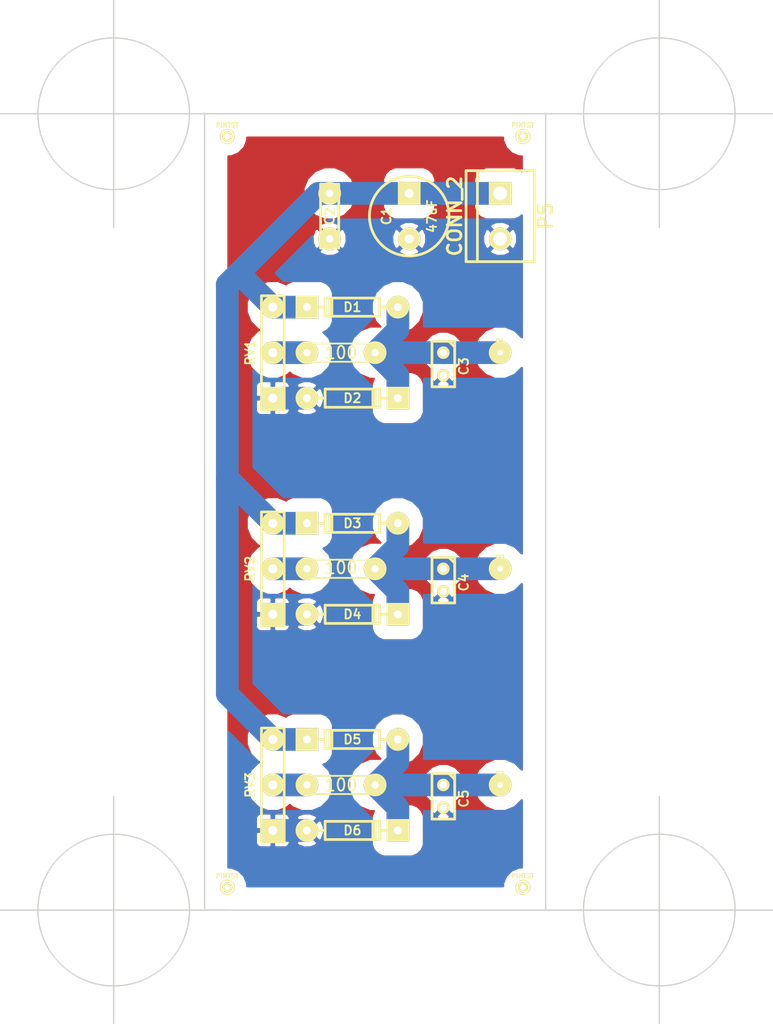
<source format=kicad_pcb>
(kicad_pcb (version 3) (host pcbnew "(2013-jul-07)-stable")

  (general
    (links 37)
    (no_connects 5)
    (area 27.94 25.4 114.3 139.7)
    (thickness 1.6)
    (drawings 14)
    (tracks 36)
    (zones 0)
    (modules 25)
    (nets 10)
  )

  (page A3)
  (layers
    (15 F.Cu signal)
    (0 B.Cu signal)
    (16 B.Adhes user)
    (17 F.Adhes user)
    (18 B.Paste user)
    (19 F.Paste user)
    (20 B.SilkS user)
    (21 F.SilkS user)
    (22 B.Mask user)
    (23 F.Mask user)
    (24 Dwgs.User user)
    (25 Cmts.User user)
    (26 Eco1.User user)
    (27 Eco2.User user)
    (28 Edge.Cuts user)
  )

  (setup
    (last_trace_width 2.54)
    (trace_clearance 0.254)
    (zone_clearance 1.524)
    (zone_45_only no)
    (trace_min 0.254)
    (segment_width 0.2)
    (edge_width 0.15)
    (via_size 0.889)
    (via_drill 0.635)
    (via_min_size 0.889)
    (via_min_drill 0.508)
    (uvia_size 0.508)
    (uvia_drill 0.127)
    (uvias_allowed no)
    (uvia_min_size 0.508)
    (uvia_min_drill 0.127)
    (pcb_text_width 0.3)
    (pcb_text_size 1 1)
    (mod_edge_width 0.15)
    (mod_text_size 1 1)
    (mod_text_width 0.15)
    (pad_size 2.54 2.54)
    (pad_drill 0.8128)
    (pad_to_mask_clearance 0)
    (aux_axis_origin 0 0)
    (visible_elements FFFFFFBF)
    (pcbplotparams
      (layerselection 32769)
      (usegerberextensions false)
      (excludeedgelayer false)
      (linewidth 0.150000)
      (plotframeref false)
      (viasonmask false)
      (mode 1)
      (useauxorigin false)
      (hpglpennumber 1)
      (hpglpenspeed 20)
      (hpglpendiameter 15)
      (hpglpenoverlay 2)
      (psnegative true)
      (psa4output false)
      (plotreference true)
      (plotvalue true)
      (plotothertext true)
      (plotinvisibletext false)
      (padsonsilk false)
      (subtractmaskfromsilk false)
      (outputformat 2)
      (mirror false)
      (drillshape 2)
      (scaleselection 1)
      (outputdirectory ""))
  )

  (net 0 "")
  (net 1 +12V)
  (net 2 /ADC0)
  (net 3 /ADC1)
  (net 4 /ADC2)
  (net 5 GNDA)
  (net 6 N-000002)
  (net 7 N-000006)
  (net 8 N-000007)
  (net 9 N-000161)

  (net_class Default "This is the default net class."
    (clearance 0.254)
    (trace_width 2.54)
    (via_dia 0.889)
    (via_drill 0.635)
    (uvia_dia 0.508)
    (uvia_drill 0.127)
    (add_net "")
    (add_net +12V)
    (add_net /ADC0)
    (add_net /ADC1)
    (add_net /ADC2)
    (add_net GNDA)
    (add_net N-000002)
    (add_net N-000006)
    (add_net N-000007)
    (add_net N-000161)
  )

  (module Pote (layer F.Cu) (tedit 5796669E) (tstamp 57965EB1)
    (at 58.42 64.77 90)
    (tags Potentiometer)
    (path /57910F36)
    (fp_text reference RV1 (at 0 -2.54 90) (layer F.SilkS)
      (effects (font (size 1.016 1.016) (thickness 0.2032)))
    )
    (fp_text value 10K (at 0 2.54 90) (layer F.SilkS) hide
      (effects (font (size 1.016 1.016) (thickness 0.2032)))
    )
    (fp_line (start -6.35 -1.27) (end -6.35 1.27) (layer F.SilkS) (width 0.3048))
    (fp_line (start 6.35 1.27) (end 6.35 -1.27) (layer F.SilkS) (width 0.3048))
    (fp_line (start -6.35 -1.27) (end 6.35 -1.27) (layer F.SilkS) (width 0.3048))
    (fp_line (start 6.35 1.27) (end -6.35 1.27) (layer F.SilkS) (width 0.3048))
    (pad 1 thru_hole rect (at -5.08 0 90) (size 2.54 2.54) (drill 1.016)
      (layers *.Cu *.Mask F.SilkS)
      (net 5 GNDA)
    )
    (pad 2 thru_hole circle (at 0 0 90) (size 2.54 2.54) (drill 1.016)
      (layers *.Cu *.Mask F.SilkS)
      (net 7 N-000006)
    )
    (pad 3 thru_hole circle (at 5.08 0 90) (size 2.54 2.54) (drill 1.016)
      (layers *.Cu *.Mask F.SilkS)
      (net 1 +12V)
    )
  )

  (module R3 (layer F.Cu) (tedit 57966454) (tstamp 57965E76)
    (at 66.04 64.77 180)
    (descr "Resitance 3 pas")
    (tags R)
    (path /5791107C)
    (autoplace_cost180 10)
    (fp_text reference R1 (at 0 0.127 180) (layer F.SilkS) hide
      (effects (font (size 1.397 1.27) (thickness 0.2032)))
    )
    (fp_text value 100 (at 0 0 180) (layer F.SilkS)
      (effects (font (size 1.397 1.27) (thickness 0.2032)))
    )
    (fp_line (start -3.81 0) (end -3.302 0) (layer F.SilkS) (width 0.2032))
    (fp_line (start 3.81 0) (end 3.302 0) (layer F.SilkS) (width 0.2032))
    (fp_line (start 3.302 0) (end 3.302 -1.016) (layer F.SilkS) (width 0.2032))
    (fp_line (start 3.302 -1.016) (end -3.302 -1.016) (layer F.SilkS) (width 0.2032))
    (fp_line (start -3.302 -1.016) (end -3.302 1.016) (layer F.SilkS) (width 0.2032))
    (fp_line (start -3.302 1.016) (end 3.302 1.016) (layer F.SilkS) (width 0.2032))
    (fp_line (start 3.302 1.016) (end 3.302 0) (layer F.SilkS) (width 0.2032))
    (fp_line (start -3.302 -0.508) (end -2.794 -1.016) (layer F.SilkS) (width 0.2032))
    (pad 1 thru_hole circle (at -3.81 0 180) (size 2.54 2.54) (drill 0.8128)
      (layers *.Cu *.Mask F.SilkS)
      (net 2 /ADC0)
    )
    (pad 2 thru_hole circle (at 3.81 0 180) (size 2.54 2.54) (drill 0.8128)
      (layers *.Cu *.Mask F.SilkS)
      (net 7 N-000006)
    )
    (model discret/resistor.wrl
      (at (xyz 0 0 0))
      (scale (xyz 0.3 0.3 0.3))
      (rotate (xyz 0 0 0))
    )
  )

  (module R3 (layer F.Cu) (tedit 579661BB) (tstamp 57965E84)
    (at 66.04 113.03 180)
    (descr "Resitance 3 pas")
    (tags R)
    (path /57963E78)
    (autoplace_cost180 10)
    (fp_text reference R3 (at 0 0.127 180) (layer F.SilkS) hide
      (effects (font (size 1.397 1.27) (thickness 0.2032)))
    )
    (fp_text value 100 (at 0 0 180) (layer F.SilkS)
      (effects (font (size 1.397 1.27) (thickness 0.2032)))
    )
    (fp_line (start -3.81 0) (end -3.302 0) (layer F.SilkS) (width 0.2032))
    (fp_line (start 3.81 0) (end 3.302 0) (layer F.SilkS) (width 0.2032))
    (fp_line (start 3.302 0) (end 3.302 -1.016) (layer F.SilkS) (width 0.2032))
    (fp_line (start 3.302 -1.016) (end -3.302 -1.016) (layer F.SilkS) (width 0.2032))
    (fp_line (start -3.302 -1.016) (end -3.302 1.016) (layer F.SilkS) (width 0.2032))
    (fp_line (start -3.302 1.016) (end 3.302 1.016) (layer F.SilkS) (width 0.2032))
    (fp_line (start 3.302 1.016) (end 3.302 0) (layer F.SilkS) (width 0.2032))
    (fp_line (start -3.302 -0.508) (end -2.794 -1.016) (layer F.SilkS) (width 0.2032))
    (pad 1 thru_hole circle (at -3.81 0 180) (size 2.54 2.54) (drill 0.8128)
      (layers *.Cu *.Mask F.SilkS)
      (net 4 /ADC2)
    )
    (pad 2 thru_hole circle (at 3.81 0 180) (size 2.54 2.54) (drill 0.8128)
      (layers *.Cu *.Mask F.SilkS)
      (net 6 N-000002)
    )
    (model discret/resistor.wrl
      (at (xyz 0 0 0))
      (scale (xyz 0.3 0.3 0.3))
      (rotate (xyz 0 0 0))
    )
  )

  (module R3 (layer F.Cu) (tedit 579666E9) (tstamp 57965E92)
    (at 66.04 88.9 180)
    (descr "Resitance 3 pas")
    (tags R)
    (path /57963E24)
    (autoplace_cost180 10)
    (fp_text reference R2 (at 0 0.127 180) (layer F.SilkS) hide
      (effects (font (size 1.397 1.27) (thickness 0.2032)))
    )
    (fp_text value 100 (at 0 0.127 180) (layer F.SilkS)
      (effects (font (size 1.397 1.27) (thickness 0.2032)))
    )
    (fp_line (start -3.81 0) (end -3.302 0) (layer F.SilkS) (width 0.2032))
    (fp_line (start 3.81 0) (end 3.302 0) (layer F.SilkS) (width 0.2032))
    (fp_line (start 3.302 0) (end 3.302 -1.016) (layer F.SilkS) (width 0.2032))
    (fp_line (start 3.302 -1.016) (end -3.302 -1.016) (layer F.SilkS) (width 0.2032))
    (fp_line (start -3.302 -1.016) (end -3.302 1.016) (layer F.SilkS) (width 0.2032))
    (fp_line (start -3.302 1.016) (end 3.302 1.016) (layer F.SilkS) (width 0.2032))
    (fp_line (start 3.302 1.016) (end 3.302 0) (layer F.SilkS) (width 0.2032))
    (fp_line (start -3.302 -0.508) (end -2.794 -1.016) (layer F.SilkS) (width 0.2032))
    (pad 1 thru_hole circle (at -3.81 0 180) (size 2.54 2.54) (drill 0.8128)
      (layers *.Cu *.Mask F.SilkS)
      (net 3 /ADC1)
    )
    (pad 2 thru_hole circle (at 3.81 0 180) (size 2.54 2.54) (drill 0.8128)
      (layers *.Cu *.Mask F.SilkS)
      (net 8 N-000007)
    )
    (model discret/resistor.wrl
      (at (xyz 0 0 0))
      (scale (xyz 0.3 0.3 0.3))
      (rotate (xyz 0 0 0))
    )
  )

  (module PINTST (layer F.Cu) (tedit 57966705) (tstamp 57965E98)
    (at 83.82 113.03)
    (descr "module 1 pin (ou trou mecanique de percage)")
    (tags DEV)
    (path /5796498A)
    (fp_text reference P3 (at 0 -1.26746) (layer F.SilkS)
      (effects (font (size 0.508 0.508) (thickness 0.127)))
    )
    (fp_text value TST (at 0 1.27) (layer F.SilkS) hide
      (effects (font (size 0.508 0.508) (thickness 0.127)))
    )
    (fp_circle (center 0 0) (end -0.254 -0.762) (layer F.SilkS) (width 0.127))
    (pad 1 thru_hole circle (at 0 0) (size 2.54 2.54) (drill 0.635)
      (layers *.Cu *.Mask F.SilkS)
      (net 4 /ADC2)
    )
    (model pin_array/pin_array_1x1.wrl
      (at (xyz 0 0 0))
      (scale (xyz 1 1 1))
      (rotate (xyz 0 0 0))
    )
  )

  (module PINTST (layer F.Cu) (tedit 3D649DF9) (tstamp 57965E9E)
    (at 83.82 88.9)
    (descr "module 1 pin (ou trou mecanique de percage)")
    (tags DEV)
    (path /5796497A)
    (fp_text reference P2 (at 0 -1.26746) (layer F.SilkS)
      (effects (font (size 0.508 0.508) (thickness 0.127)))
    )
    (fp_text value TST (at 0 1.27) (layer F.SilkS) hide
      (effects (font (size 0.508 0.508) (thickness 0.127)))
    )
    (fp_circle (center 0 0) (end -0.254 -0.762) (layer F.SilkS) (width 0.127))
    (pad 1 thru_hole circle (at 0 0) (size 2.54 2.54) (drill 0.635)
      (layers *.Cu *.Mask F.SilkS)
      (net 3 /ADC1)
    )
    (model pin_array/pin_array_1x1.wrl
      (at (xyz 0 0 0))
      (scale (xyz 1 1 1))
      (rotate (xyz 0 0 0))
    )
  )

  (module PINTST (layer F.Cu) (tedit 3D649DF9) (tstamp 57965EA4)
    (at 83.82 64.77)
    (descr "module 1 pin (ou trou mecanique de percage)")
    (tags DEV)
    (path /5796496D)
    (fp_text reference P1 (at 0 -1.26746) (layer F.SilkS)
      (effects (font (size 0.508 0.508) (thickness 0.127)))
    )
    (fp_text value TST (at 0 1.27) (layer F.SilkS) hide
      (effects (font (size 0.508 0.508) (thickness 0.127)))
    )
    (fp_circle (center 0 0) (end -0.254 -0.762) (layer F.SilkS) (width 0.127))
    (pad 1 thru_hole circle (at 0 0) (size 2.54 2.54) (drill 0.635)
      (layers *.Cu *.Mask F.SilkS)
      (net 2 /ADC0)
    )
    (model pin_array/pin_array_1x1.wrl
      (at (xyz 0 0 0))
      (scale (xyz 1 1 1))
      (rotate (xyz 0 0 0))
    )
  )

  (module DO-41 (layer F.Cu) (tedit 4C5F69ED) (tstamp 57965ECF)
    (at 67.31 93.98)
    (descr "Diode 3 pas")
    (tags "DIODE DEV")
    (path /57963F0E)
    (fp_text reference D4 (at 0 0) (layer F.SilkS)
      (effects (font (size 1.016 1.016) (thickness 0.2032)))
    )
    (fp_text value 1N4148 (at 0 0) (layer F.SilkS) hide
      (effects (font (size 1.016 1.016) (thickness 0.2032)))
    )
    (fp_line (start -3.81 0) (end -5.08 0) (layer F.SilkS) (width 0.3175))
    (fp_line (start 3.81 0) (end 5.08 0) (layer F.SilkS) (width 0.3175))
    (fp_line (start 3.81 0) (end 3.048 0) (layer F.SilkS) (width 0.3175))
    (fp_line (start 3.048 0) (end 3.048 -1.016) (layer F.SilkS) (width 0.3048))
    (fp_line (start 3.048 -1.016) (end -3.048 -1.016) (layer F.SilkS) (width 0.3048))
    (fp_line (start -3.048 -1.016) (end -3.048 0) (layer F.SilkS) (width 0.3048))
    (fp_line (start -3.048 0) (end -3.81 0) (layer F.SilkS) (width 0.3048))
    (fp_line (start -3.048 0) (end -3.048 1.016) (layer F.SilkS) (width 0.3048))
    (fp_line (start -3.048 1.016) (end 3.048 1.016) (layer F.SilkS) (width 0.3048))
    (fp_line (start 3.048 1.016) (end 3.048 0) (layer F.SilkS) (width 0.3048))
    (fp_line (start 2.54 -1.016) (end 2.54 1.016) (layer F.SilkS) (width 0.3048))
    (fp_line (start 2.286 1.016) (end 2.286 -1.016) (layer F.SilkS) (width 0.3048))
    (pad 2 thru_hole rect (at 5.08 0) (size 2.54 2.54) (drill 0.889)
      (layers *.Cu *.Mask F.SilkS)
      (net 3 /ADC1)
    )
    (pad 1 thru_hole circle (at -5.08 0) (size 2.54 2.54) (drill 0.889)
      (layers *.Cu *.Mask F.SilkS)
      (net 5 GNDA)
    )
  )

  (module DO-41 (layer F.Cu) (tedit 57966538) (tstamp 57965EE1)
    (at 67.31 59.69 180)
    (descr "Diode 3 pas")
    (tags "DIODE DEV")
    (path /57963F2C)
    (fp_text reference D1 (at 0 0 180) (layer F.SilkS)
      (effects (font (size 1.016 1.016) (thickness 0.2032)))
    )
    (fp_text value 1N4148 (at 0 0 180) (layer F.SilkS) hide
      (effects (font (size 1.016 1.016) (thickness 0.2032)))
    )
    (fp_line (start -3.81 0) (end -5.08 0) (layer F.SilkS) (width 0.3175))
    (fp_line (start 3.81 0) (end 5.08 0) (layer F.SilkS) (width 0.3175))
    (fp_line (start 3.81 0) (end 3.048 0) (layer F.SilkS) (width 0.3175))
    (fp_line (start 3.048 0) (end 3.048 -1.016) (layer F.SilkS) (width 0.3048))
    (fp_line (start 3.048 -1.016) (end -3.048 -1.016) (layer F.SilkS) (width 0.3048))
    (fp_line (start -3.048 -1.016) (end -3.048 0) (layer F.SilkS) (width 0.3048))
    (fp_line (start -3.048 0) (end -3.81 0) (layer F.SilkS) (width 0.3048))
    (fp_line (start -3.048 0) (end -3.048 1.016) (layer F.SilkS) (width 0.3048))
    (fp_line (start -3.048 1.016) (end 3.048 1.016) (layer F.SilkS) (width 0.3048))
    (fp_line (start 3.048 1.016) (end 3.048 0) (layer F.SilkS) (width 0.3048))
    (fp_line (start 2.54 -1.016) (end 2.54 1.016) (layer F.SilkS) (width 0.3048))
    (fp_line (start 2.286 1.016) (end 2.286 -1.016) (layer F.SilkS) (width 0.3048))
    (pad 2 thru_hole rect (at 5.08 0 180) (size 2.54 2.54) (drill 0.889)
      (layers *.Cu *.Mask F.SilkS)
      (net 1 +12V)
    )
    (pad 1 thru_hole circle (at -5.08 0 180) (size 2.54 2.54) (drill 0.889)
      (layers *.Cu *.Mask F.SilkS)
      (net 2 /ADC0)
    )
  )

  (module DO-41 (layer F.Cu) (tedit 5796653E) (tstamp 57965EF3)
    (at 67.31 69.85)
    (descr "Diode 3 pas")
    (tags "DIODE DEV")
    (path /57963F26)
    (fp_text reference D2 (at 0 0) (layer F.SilkS)
      (effects (font (size 1.016 1.016) (thickness 0.2032)))
    )
    (fp_text value 1N4148 (at 0 0) (layer F.SilkS) hide
      (effects (font (size 1.016 1.016) (thickness 0.2032)))
    )
    (fp_line (start -3.81 0) (end -5.08 0) (layer F.SilkS) (width 0.3175))
    (fp_line (start 3.81 0) (end 5.08 0) (layer F.SilkS) (width 0.3175))
    (fp_line (start 3.81 0) (end 3.048 0) (layer F.SilkS) (width 0.3175))
    (fp_line (start 3.048 0) (end 3.048 -1.016) (layer F.SilkS) (width 0.3048))
    (fp_line (start 3.048 -1.016) (end -3.048 -1.016) (layer F.SilkS) (width 0.3048))
    (fp_line (start -3.048 -1.016) (end -3.048 0) (layer F.SilkS) (width 0.3048))
    (fp_line (start -3.048 0) (end -3.81 0) (layer F.SilkS) (width 0.3048))
    (fp_line (start -3.048 0) (end -3.048 1.016) (layer F.SilkS) (width 0.3048))
    (fp_line (start -3.048 1.016) (end 3.048 1.016) (layer F.SilkS) (width 0.3048))
    (fp_line (start 3.048 1.016) (end 3.048 0) (layer F.SilkS) (width 0.3048))
    (fp_line (start 2.54 -1.016) (end 2.54 1.016) (layer F.SilkS) (width 0.3048))
    (fp_line (start 2.286 1.016) (end 2.286 -1.016) (layer F.SilkS) (width 0.3048))
    (pad 2 thru_hole rect (at 5.08 0) (size 2.54 2.54) (drill 0.889)
      (layers *.Cu *.Mask F.SilkS)
      (net 2 /ADC0)
    )
    (pad 1 thru_hole circle (at -5.08 0) (size 2.54 2.54) (drill 0.889)
      (layers *.Cu *.Mask F.SilkS)
      (net 5 GNDA)
    )
  )

  (module DO-41 (layer F.Cu) (tedit 4C5F69ED) (tstamp 57965F05)
    (at 67.31 118.11)
    (descr "Diode 3 pas")
    (tags "DIODE DEV")
    (path /57963F1E)
    (fp_text reference D6 (at 0 0) (layer F.SilkS)
      (effects (font (size 1.016 1.016) (thickness 0.2032)))
    )
    (fp_text value 1N4148 (at 0 0) (layer F.SilkS) hide
      (effects (font (size 1.016 1.016) (thickness 0.2032)))
    )
    (fp_line (start -3.81 0) (end -5.08 0) (layer F.SilkS) (width 0.3175))
    (fp_line (start 3.81 0) (end 5.08 0) (layer F.SilkS) (width 0.3175))
    (fp_line (start 3.81 0) (end 3.048 0) (layer F.SilkS) (width 0.3175))
    (fp_line (start 3.048 0) (end 3.048 -1.016) (layer F.SilkS) (width 0.3048))
    (fp_line (start 3.048 -1.016) (end -3.048 -1.016) (layer F.SilkS) (width 0.3048))
    (fp_line (start -3.048 -1.016) (end -3.048 0) (layer F.SilkS) (width 0.3048))
    (fp_line (start -3.048 0) (end -3.81 0) (layer F.SilkS) (width 0.3048))
    (fp_line (start -3.048 0) (end -3.048 1.016) (layer F.SilkS) (width 0.3048))
    (fp_line (start -3.048 1.016) (end 3.048 1.016) (layer F.SilkS) (width 0.3048))
    (fp_line (start 3.048 1.016) (end 3.048 0) (layer F.SilkS) (width 0.3048))
    (fp_line (start 2.54 -1.016) (end 2.54 1.016) (layer F.SilkS) (width 0.3048))
    (fp_line (start 2.286 1.016) (end 2.286 -1.016) (layer F.SilkS) (width 0.3048))
    (pad 2 thru_hole rect (at 5.08 0) (size 2.54 2.54) (drill 0.889)
      (layers *.Cu *.Mask F.SilkS)
      (net 4 /ADC2)
    )
    (pad 1 thru_hole circle (at -5.08 0) (size 2.54 2.54) (drill 0.889)
      (layers *.Cu *.Mask F.SilkS)
      (net 5 GNDA)
    )
  )

  (module DO-41 (layer F.Cu) (tedit 4C5F69ED) (tstamp 57965F17)
    (at 67.31 107.95 180)
    (descr "Diode 3 pas")
    (tags "DIODE DEV")
    (path /57963F18)
    (fp_text reference D5 (at 0 0 180) (layer F.SilkS)
      (effects (font (size 1.016 1.016) (thickness 0.2032)))
    )
    (fp_text value 1N4148 (at 0 0 180) (layer F.SilkS) hide
      (effects (font (size 1.016 1.016) (thickness 0.2032)))
    )
    (fp_line (start -3.81 0) (end -5.08 0) (layer F.SilkS) (width 0.3175))
    (fp_line (start 3.81 0) (end 5.08 0) (layer F.SilkS) (width 0.3175))
    (fp_line (start 3.81 0) (end 3.048 0) (layer F.SilkS) (width 0.3175))
    (fp_line (start 3.048 0) (end 3.048 -1.016) (layer F.SilkS) (width 0.3048))
    (fp_line (start 3.048 -1.016) (end -3.048 -1.016) (layer F.SilkS) (width 0.3048))
    (fp_line (start -3.048 -1.016) (end -3.048 0) (layer F.SilkS) (width 0.3048))
    (fp_line (start -3.048 0) (end -3.81 0) (layer F.SilkS) (width 0.3048))
    (fp_line (start -3.048 0) (end -3.048 1.016) (layer F.SilkS) (width 0.3048))
    (fp_line (start -3.048 1.016) (end 3.048 1.016) (layer F.SilkS) (width 0.3048))
    (fp_line (start 3.048 1.016) (end 3.048 0) (layer F.SilkS) (width 0.3048))
    (fp_line (start 2.54 -1.016) (end 2.54 1.016) (layer F.SilkS) (width 0.3048))
    (fp_line (start 2.286 1.016) (end 2.286 -1.016) (layer F.SilkS) (width 0.3048))
    (pad 2 thru_hole rect (at 5.08 0 180) (size 2.54 2.54) (drill 0.889)
      (layers *.Cu *.Mask F.SilkS)
      (net 1 +12V)
    )
    (pad 1 thru_hole circle (at -5.08 0 180) (size 2.54 2.54) (drill 0.889)
      (layers *.Cu *.Mask F.SilkS)
      (net 4 /ADC2)
    )
  )

  (module DO-41 (layer F.Cu) (tedit 579666DD) (tstamp 57965F29)
    (at 67.31 83.82 180)
    (descr "Diode 3 pas")
    (tags "DIODE DEV")
    (path /57963E44)
    (fp_text reference D3 (at 0 0 180) (layer F.SilkS)
      (effects (font (size 1.016 1.016) (thickness 0.2032)))
    )
    (fp_text value 1N4148 (at 0 0 180) (layer F.SilkS) hide
      (effects (font (size 1.016 1.016) (thickness 0.2032)))
    )
    (fp_line (start -3.81 0) (end -5.08 0) (layer F.SilkS) (width 0.3175))
    (fp_line (start 3.81 0) (end 5.08 0) (layer F.SilkS) (width 0.3175))
    (fp_line (start 3.81 0) (end 3.048 0) (layer F.SilkS) (width 0.3175))
    (fp_line (start 3.048 0) (end 3.048 -1.016) (layer F.SilkS) (width 0.3048))
    (fp_line (start 3.048 -1.016) (end -3.048 -1.016) (layer F.SilkS) (width 0.3048))
    (fp_line (start -3.048 -1.016) (end -3.048 0) (layer F.SilkS) (width 0.3048))
    (fp_line (start -3.048 0) (end -3.81 0) (layer F.SilkS) (width 0.3048))
    (fp_line (start -3.048 0) (end -3.048 1.016) (layer F.SilkS) (width 0.3048))
    (fp_line (start -3.048 1.016) (end 3.048 1.016) (layer F.SilkS) (width 0.3048))
    (fp_line (start 3.048 1.016) (end 3.048 0) (layer F.SilkS) (width 0.3048))
    (fp_line (start 2.54 -1.016) (end 2.54 1.016) (layer F.SilkS) (width 0.3048))
    (fp_line (start 2.286 1.016) (end 2.286 -1.016) (layer F.SilkS) (width 0.3048))
    (pad 2 thru_hole rect (at 5.08 0 180) (size 2.54 2.54) (drill 0.889)
      (layers *.Cu *.Mask F.SilkS)
      (net 1 +12V)
    )
    (pad 1 thru_hole circle (at -5.08 0 180) (size 2.54 2.54) (drill 0.889)
      (layers *.Cu *.Mask F.SilkS)
      (net 3 /ADC1)
    )
  )

  (module C2V8 (layer F.Cu) (tedit 57966726) (tstamp 57965F30)
    (at 73.66 49.53 270)
    (descr "Condensateur polarise")
    (tags CP)
    (path /57963C5A)
    (fp_text reference C1 (at 0 2.54 270) (layer F.SilkS)
      (effects (font (size 1.016 1.016) (thickness 0.2032)))
    )
    (fp_text value 47uF (at 0 -2.54 270) (layer F.SilkS)
      (effects (font (size 1.016 1.016) (thickness 0.2032)))
    )
    (fp_circle (center 0 0) (end -4.445 0) (layer F.SilkS) (width 0.3048))
    (pad 1 thru_hole rect (at -2.54 0 270) (size 2.54 2.54) (drill 1.016)
      (layers *.Cu *.Mask F.SilkS)
      (net 1 +12V)
    )
    (pad 2 thru_hole circle (at 2.54 0 270) (size 2.54 2.54) (drill 1.016)
      (layers *.Cu *.Mask F.SilkS)
      (net 5 GNDA)
    )
    (model discret/c_vert_c2v10.wrl
      (at (xyz 0 0 0))
      (scale (xyz 1 1 1))
      (rotate (xyz 0 0 0))
    )
  )

  (module C2 (layer F.Cu) (tedit 57966730) (tstamp 57965F3B)
    (at 64.77 49.53 270)
    (descr "Condensateur = 2 pas")
    (tags C)
    (path /57963C81)
    (fp_text reference C2 (at 0 0 270) (layer F.SilkS)
      (effects (font (size 1.016 1.016) (thickness 0.2032)))
    )
    (fp_text value 100nF (at 0 0 270) (layer F.SilkS) hide
      (effects (font (size 1.016 1.016) (thickness 0.2032)))
    )
    (fp_line (start -3.556 -1.016) (end 3.556 -1.016) (layer F.SilkS) (width 0.3048))
    (fp_line (start 3.556 -1.016) (end 3.556 1.016) (layer F.SilkS) (width 0.3048))
    (fp_line (start 3.556 1.016) (end -3.556 1.016) (layer F.SilkS) (width 0.3048))
    (fp_line (start -3.556 1.016) (end -3.556 -1.016) (layer F.SilkS) (width 0.3048))
    (fp_line (start -3.556 -0.508) (end -3.048 -1.016) (layer F.SilkS) (width 0.3048))
    (pad 1 thru_hole circle (at -2.54 0 270) (size 2.54 2.54) (drill 0.8128)
      (layers *.Cu *.Mask F.SilkS)
      (net 1 +12V)
    )
    (pad 2 thru_hole circle (at 2.54 0 270) (size 2.54 2.54) (drill 0.8128)
      (layers *.Cu *.Mask F.SilkS)
      (net 5 GNDA)
    )
    (model discret/capa_2pas_5x5mm.wrl
      (at (xyz 0 0 0))
      (scale (xyz 1 1 1))
      (rotate (xyz 0 0 0))
    )
  )

  (module C1 (layer F.Cu) (tedit 3F92C496) (tstamp 57965F46)
    (at 77.47 114.3 270)
    (descr "Condensateur e = 1 pas")
    (tags C)
    (path /57963E82)
    (fp_text reference C5 (at 0.254 -2.286 270) (layer F.SilkS)
      (effects (font (size 1.016 1.016) (thickness 0.2032)))
    )
    (fp_text value .1uF (at 0 -2.286 270) (layer F.SilkS) hide
      (effects (font (size 1.016 1.016) (thickness 0.2032)))
    )
    (fp_line (start -2.4892 -1.27) (end 2.54 -1.27) (layer F.SilkS) (width 0.3048))
    (fp_line (start 2.54 -1.27) (end 2.54 1.27) (layer F.SilkS) (width 0.3048))
    (fp_line (start 2.54 1.27) (end -2.54 1.27) (layer F.SilkS) (width 0.3048))
    (fp_line (start -2.54 1.27) (end -2.54 -1.27) (layer F.SilkS) (width 0.3048))
    (fp_line (start -2.54 -0.635) (end -1.905 -1.27) (layer F.SilkS) (width 0.3048))
    (pad 1 thru_hole circle (at -1.27 0 270) (size 1.397 1.397) (drill 0.8128)
      (layers *.Cu *.Mask F.SilkS)
      (net 4 /ADC2)
    )
    (pad 2 thru_hole circle (at 1.27 0 270) (size 1.397 1.397) (drill 0.8128)
      (layers *.Cu *.Mask F.SilkS)
      (net 5 GNDA)
    )
    (model discret/capa_1_pas.wrl
      (at (xyz 0 0 0))
      (scale (xyz 1 1 1))
      (rotate (xyz 0 0 0))
    )
  )

  (module C1 (layer F.Cu) (tedit 3F92C496) (tstamp 57965F51)
    (at 77.47 90.17 270)
    (descr "Condensateur e = 1 pas")
    (tags C)
    (path /57963E2E)
    (fp_text reference C4 (at 0.254 -2.286 270) (layer F.SilkS)
      (effects (font (size 1.016 1.016) (thickness 0.2032)))
    )
    (fp_text value .1uF (at 0 -2.286 270) (layer F.SilkS) hide
      (effects (font (size 1.016 1.016) (thickness 0.2032)))
    )
    (fp_line (start -2.4892 -1.27) (end 2.54 -1.27) (layer F.SilkS) (width 0.3048))
    (fp_line (start 2.54 -1.27) (end 2.54 1.27) (layer F.SilkS) (width 0.3048))
    (fp_line (start 2.54 1.27) (end -2.54 1.27) (layer F.SilkS) (width 0.3048))
    (fp_line (start -2.54 1.27) (end -2.54 -1.27) (layer F.SilkS) (width 0.3048))
    (fp_line (start -2.54 -0.635) (end -1.905 -1.27) (layer F.SilkS) (width 0.3048))
    (pad 1 thru_hole circle (at -1.27 0 270) (size 1.397 1.397) (drill 0.8128)
      (layers *.Cu *.Mask F.SilkS)
      (net 3 /ADC1)
    )
    (pad 2 thru_hole circle (at 1.27 0 270) (size 1.397 1.397) (drill 0.8128)
      (layers *.Cu *.Mask F.SilkS)
      (net 5 GNDA)
    )
    (model discret/capa_1_pas.wrl
      (at (xyz 0 0 0))
      (scale (xyz 1 1 1))
      (rotate (xyz 0 0 0))
    )
  )

  (module C1 (layer F.Cu) (tedit 3F92C496) (tstamp 57965F5C)
    (at 77.47 66.04 270)
    (descr "Condensateur e = 1 pas")
    (tags C)
    (path /57911112)
    (fp_text reference C3 (at 0.254 -2.286 270) (layer F.SilkS)
      (effects (font (size 1.016 1.016) (thickness 0.2032)))
    )
    (fp_text value .1uF (at 0 -2.286 270) (layer F.SilkS) hide
      (effects (font (size 1.016 1.016) (thickness 0.2032)))
    )
    (fp_line (start -2.4892 -1.27) (end 2.54 -1.27) (layer F.SilkS) (width 0.3048))
    (fp_line (start 2.54 -1.27) (end 2.54 1.27) (layer F.SilkS) (width 0.3048))
    (fp_line (start 2.54 1.27) (end -2.54 1.27) (layer F.SilkS) (width 0.3048))
    (fp_line (start -2.54 1.27) (end -2.54 -1.27) (layer F.SilkS) (width 0.3048))
    (fp_line (start -2.54 -0.635) (end -1.905 -1.27) (layer F.SilkS) (width 0.3048))
    (pad 1 thru_hole circle (at -1.27 0 270) (size 1.397 1.397) (drill 0.8128)
      (layers *.Cu *.Mask F.SilkS)
      (net 2 /ADC0)
    )
    (pad 2 thru_hole circle (at 1.27 0 270) (size 1.397 1.397) (drill 0.8128)
      (layers *.Cu *.Mask F.SilkS)
      (net 5 GNDA)
    )
    (model discret/capa_1_pas.wrl
      (at (xyz 0 0 0))
      (scale (xyz 1 1 1))
      (rotate (xyz 0 0 0))
    )
  )

  (module Pote (layer F.Cu) (tedit 579666B7) (tstamp 579663C4)
    (at 58.42 88.9 90)
    (tags Potentiometer)
    (path /57963E06)
    (fp_text reference RV2 (at 0 -2.54 90) (layer F.SilkS)
      (effects (font (size 1.016 1.016) (thickness 0.2032)))
    )
    (fp_text value 10K (at 0 2.54 90) (layer F.SilkS) hide
      (effects (font (size 1.016 1.016) (thickness 0.2032)))
    )
    (fp_line (start -6.35 -1.27) (end -6.35 1.27) (layer F.SilkS) (width 0.3048))
    (fp_line (start 6.35 1.27) (end 6.35 -1.27) (layer F.SilkS) (width 0.3048))
    (fp_line (start -6.35 -1.27) (end 6.35 -1.27) (layer F.SilkS) (width 0.3048))
    (fp_line (start 6.35 1.27) (end -6.35 1.27) (layer F.SilkS) (width 0.3048))
    (pad 1 thru_hole rect (at -5.08 0 90) (size 2.54 2.54) (drill 1.016)
      (layers *.Cu *.Mask F.SilkS)
      (net 5 GNDA)
    )
    (pad 2 thru_hole circle (at 0 0 90) (size 2.54 2.54) (drill 1.016)
      (layers *.Cu *.Mask F.SilkS)
      (net 8 N-000007)
    )
    (pad 3 thru_hole circle (at 5.08 0 90) (size 2.54 2.54) (drill 1.016)
      (layers *.Cu *.Mask F.SilkS)
      (net 1 +12V)
    )
  )

  (module Pote (layer F.Cu) (tedit 57965EAB) (tstamp 579660F1)
    (at 58.42 113.03 90)
    (tags Potentiometer)
    (path /57963E5A)
    (fp_text reference RV3 (at 0 -2.54 90) (layer F.SilkS)
      (effects (font (size 1.016 1.016) (thickness 0.2032)))
    )
    (fp_text value 10K (at 0 2.54 90) (layer F.SilkS) hide
      (effects (font (size 1.016 1.016) (thickness 0.2032)))
    )
    (fp_line (start -6.35 -1.27) (end -6.35 1.27) (layer F.SilkS) (width 0.3048))
    (fp_line (start 6.35 1.27) (end 6.35 -1.27) (layer F.SilkS) (width 0.3048))
    (fp_line (start -6.35 -1.27) (end 6.35 -1.27) (layer F.SilkS) (width 0.3048))
    (fp_line (start 6.35 1.27) (end -6.35 1.27) (layer F.SilkS) (width 0.3048))
    (pad 1 thru_hole rect (at -5.08 0 90) (size 2.54 2.54) (drill 1.016)
      (layers *.Cu *.Mask F.SilkS)
      (net 5 GNDA)
    )
    (pad 2 thru_hole circle (at 0 0 90) (size 2.54 2.54) (drill 1.016)
      (layers *.Cu *.Mask F.SilkS)
      (net 6 N-000002)
    )
    (pad 3 thru_hole circle (at 5.08 0 90) (size 2.54 2.54) (drill 1.016)
      (layers *.Cu *.Mask F.SilkS)
      (net 1 +12V)
    )
  )

  (module bornier2 (layer F.Cu) (tedit 3EC0ED69) (tstamp 57968615)
    (at 83.82 49.53 270)
    (descr "Bornier d'alimentation 2 pins")
    (tags DEV)
    (path /579669EE)
    (fp_text reference P5 (at 0 -5.08 270) (layer F.SilkS)
      (effects (font (size 1.524 1.524) (thickness 0.3048)))
    )
    (fp_text value CONN_2 (at 0 5.08 270) (layer F.SilkS)
      (effects (font (size 1.524 1.524) (thickness 0.3048)))
    )
    (fp_line (start 5.08 2.54) (end -5.08 2.54) (layer F.SilkS) (width 0.3048))
    (fp_line (start 5.08 3.81) (end 5.08 -3.81) (layer F.SilkS) (width 0.3048))
    (fp_line (start 5.08 -3.81) (end -5.08 -3.81) (layer F.SilkS) (width 0.3048))
    (fp_line (start -5.08 -3.81) (end -5.08 3.81) (layer F.SilkS) (width 0.3048))
    (fp_line (start -5.08 3.81) (end 5.08 3.81) (layer F.SilkS) (width 0.3048))
    (pad 1 thru_hole rect (at -2.54 0 270) (size 2.54 2.54) (drill 1.524)
      (layers *.Cu *.Mask F.SilkS)
      (net 1 +12V)
    )
    (pad 2 thru_hole circle (at 2.54 0 270) (size 2.54 2.54) (drill 1.524)
      (layers *.Cu *.Mask F.SilkS)
      (net 5 GNDA)
    )
    (model device/bornier_2.wrl
      (at (xyz 0 0 0))
      (scale (xyz 1 1 1))
      (rotate (xyz 0 0 0))
    )
  )

  (module PINTST (layer F.Cu) (tedit 3D649DF9) (tstamp 5797FF02)
    (at 53.34 40.64)
    (descr "module 1 pin (ou trou mecanique de percage)")
    (tags DEV)
    (fp_text reference PINTST (at 0 -1.26746) (layer F.SilkS)
      (effects (font (size 0.508 0.508) (thickness 0.127)))
    )
    (fp_text value Val* (at 0 1.27) (layer F.SilkS) hide
      (effects (font (size 0.508 0.508) (thickness 0.127)))
    )
    (fp_circle (center 0 0) (end -0.254 -0.762) (layer F.SilkS) (width 0.127))
    (pad 1 thru_hole circle (at 0 0) (size 1.143 1.143) (drill 0.635)
      (layers *.Cu *.Mask F.SilkS)
      (net 9 N-000161)
    )
    (model pin_array/pin_array_1x1.wrl
      (at (xyz 0 0 0))
      (scale (xyz 1 1 1))
      (rotate (xyz 0 0 0))
    )
  )

  (module PINTST (layer F.Cu) (tedit 3D649DF9) (tstamp 5797FF0D)
    (at 86.36 40.64)
    (descr "module 1 pin (ou trou mecanique de percage)")
    (tags DEV)
    (fp_text reference PINTST (at 0 -1.26746) (layer F.SilkS)
      (effects (font (size 0.508 0.508) (thickness 0.127)))
    )
    (fp_text value Val* (at 0 1.27) (layer F.SilkS) hide
      (effects (font (size 0.508 0.508) (thickness 0.127)))
    )
    (fp_circle (center 0 0) (end -0.254 -0.762) (layer F.SilkS) (width 0.127))
    (pad 1 thru_hole circle (at 0 0) (size 1.143 1.143) (drill 0.635)
      (layers *.Cu *.Mask F.SilkS)
      (net 9 N-000161)
    )
    (model pin_array/pin_array_1x1.wrl
      (at (xyz 0 0 0))
      (scale (xyz 1 1 1))
      (rotate (xyz 0 0 0))
    )
  )

  (module PINTST (layer F.Cu) (tedit 3D649DF9) (tstamp 5797FF18)
    (at 86.36 124.46)
    (descr "module 1 pin (ou trou mecanique de percage)")
    (tags DEV)
    (fp_text reference PINTST (at 0 -1.26746) (layer F.SilkS)
      (effects (font (size 0.508 0.508) (thickness 0.127)))
    )
    (fp_text value Val* (at 0 1.27) (layer F.SilkS) hide
      (effects (font (size 0.508 0.508) (thickness 0.127)))
    )
    (fp_circle (center 0 0) (end -0.254 -0.762) (layer F.SilkS) (width 0.127))
    (pad 1 thru_hole circle (at 0 0) (size 1.143 1.143) (drill 0.635)
      (layers *.Cu *.Mask F.SilkS)
      (net 9 N-000161)
    )
    (model pin_array/pin_array_1x1.wrl
      (at (xyz 0 0 0))
      (scale (xyz 1 1 1))
      (rotate (xyz 0 0 0))
    )
  )

  (module PINTST (layer F.Cu) (tedit 3D649DF9) (tstamp 5797FF23)
    (at 53.34 124.46)
    (descr "module 1 pin (ou trou mecanique de percage)")
    (tags DEV)
    (fp_text reference PINTST (at 0 -1.26746) (layer F.SilkS)
      (effects (font (size 0.508 0.508) (thickness 0.127)))
    )
    (fp_text value Val* (at 0 1.27) (layer F.SilkS) hide
      (effects (font (size 0.508 0.508) (thickness 0.127)))
    )
    (fp_circle (center 0 0) (end -0.254 -0.762) (layer F.SilkS) (width 0.127))
    (pad 1 thru_hole circle (at 0 0) (size 1.143 1.143) (drill 0.635)
      (layers *.Cu *.Mask F.SilkS)
      (net 9 N-000161)
    )
    (model pin_array/pin_array_1x1.wrl
      (at (xyz 0 0 0))
      (scale (xyz 1 1 1))
      (rotate (xyz 0 0 0))
    )
  )

  (target plus (at 40.64 38.1) (size 25.4) (width 0.15) (layer Edge.Cuts))
  (target plus (at 101.6 127) (size 25.4) (width 0.15) (layer Edge.Cuts))
  (target plus (at 40.64 127) (size 25.4) (width 0.15) (layer Edge.Cuts))
  (target plus (at 101.6 38.1) (size 25.4) (width 0.15) (layer Edge.Cuts))
  (target plus (at 50.8 38.1) (size 0.005) (width 0.15) (layer Edge.Cuts))
  (target plus (at 88.9 38.1) (size 0.005) (width 0.15) (layer Edge.Cuts))
  (target plus (at 53.34 40.64) (size 0.005) (width 0.15) (layer Edge.Cuts))
  (target plus (at 53.34 40.64) (size 0.005) (width 0.15) (layer Edge.Cuts))
  (target plus (at 88.9 38.1) (size 0.005) (width 0.15) (layer Edge.Cuts))
  (target plus (at 88.9 38.1) (size 0.005) (width 0.15) (layer Edge.Cuts))
  (gr_line (start 88.9 38.1) (end 88.9 127) (angle 90) (layer Edge.Cuts) (width 0.15))
  (gr_line (start 50.8 38.1) (end 50.8 127) (angle 90) (layer Edge.Cuts) (width 0.15) (tstamp 5797FF34))
  (gr_line (start 50.8 38.1) (end 88.9 38.1) (angle 90) (layer Edge.Cuts) (width 0.15) (tstamp 5797FF35))
  (gr_line (start 50.8 127) (end 88.9 127) (angle 90) (layer Edge.Cuts) (width 0.15))

  (segment (start 58.42 59.69) (end 54.61 55.88) (width 2.54) (layer B.Cu) (net 1))
  (segment (start 54.61 55.88) (end 53.34 57.15) (width 2.54) (layer B.Cu) (net 1) (tstamp 5797FF58))
  (segment (start 64.77 46.99) (end 63.5 46.99) (width 2.54) (layer B.Cu) (net 1))
  (segment (start 58.42 52.07) (end 53.34 57.15) (width 2.54) (layer B.Cu) (net 1) (tstamp 5797FF50))
  (segment (start 63.5 46.99) (end 58.42 52.07) (width 2.54) (layer B.Cu) (net 1) (tstamp 5797FF4F))
  (segment (start 53.34 57.15) (end 53.34 78.74) (width 2.54) (layer B.Cu) (net 1) (tstamp 5797FF51))
  (segment (start 83.82 46.99) (end 64.77 46.99) (width 2.54) (layer B.Cu) (net 1))
  (segment (start 58.42 107.95) (end 62.23 107.95) (width 2.54) (layer B.Cu) (net 1))
  (segment (start 58.42 83.82) (end 62.23 83.82) (width 2.54) (layer B.Cu) (net 1))
  (segment (start 53.34 78.74) (end 53.34 102.87) (width 2.54) (layer B.Cu) (net 1))
  (segment (start 53.34 102.87) (end 58.42 107.95) (width 2.54) (layer B.Cu) (net 1) (tstamp 579668B4))
  (segment (start 53.34 78.74) (end 58.42 83.82) (width 2.54) (layer B.Cu) (net 1) (tstamp 579668B1))
  (segment (start 58.42 59.69) (end 62.23 59.69) (width 2.54) (layer B.Cu) (net 1))
  (segment (start 72.39 69.85) (end 72.39 67.31) (width 2.54) (layer B.Cu) (net 2))
  (segment (start 72.39 67.31) (end 69.85 64.77) (width 2.54) (layer B.Cu) (net 2) (tstamp 579668F4))
  (segment (start 72.39 59.69) (end 72.39 62.23) (width 2.54) (layer B.Cu) (net 2))
  (segment (start 72.39 62.23) (end 69.85 64.77) (width 2.54) (layer B.Cu) (net 2) (tstamp 579668F1))
  (segment (start 77.47 64.77) (end 83.82 64.77) (width 2.54) (layer B.Cu) (net 2))
  (segment (start 69.85 64.77) (end 77.47 64.77) (width 2.54) (layer B.Cu) (net 2))
  (segment (start 72.39 83.82) (end 72.39 86.36) (width 2.54) (layer B.Cu) (net 3))
  (segment (start 72.39 86.36) (end 69.85 88.9) (width 2.54) (layer B.Cu) (net 3) (tstamp 579668EE))
  (segment (start 72.39 93.98) (end 72.39 91.44) (width 2.54) (layer B.Cu) (net 3))
  (segment (start 72.39 91.44) (end 69.85 88.9) (width 2.54) (layer B.Cu) (net 3) (tstamp 579668EB))
  (segment (start 69.85 88.9) (end 83.82 88.9) (width 2.54) (layer B.Cu) (net 3))
  (segment (start 72.39 118.11) (end 72.39 115.57) (width 2.54) (layer B.Cu) (net 4))
  (segment (start 72.39 115.57) (end 69.85 113.03) (width 2.54) (layer B.Cu) (net 4) (tstamp 579668E8))
  (segment (start 72.39 107.95) (end 72.39 110.49) (width 2.54) (layer B.Cu) (net 4))
  (segment (start 72.39 110.49) (end 69.85 113.03) (width 2.54) (layer B.Cu) (net 4) (tstamp 579668E5))
  (segment (start 77.47 113.03) (end 83.82 113.03) (width 2.54) (layer B.Cu) (net 4))
  (segment (start 69.85 113.03) (end 77.47 113.03) (width 2.54) (layer B.Cu) (net 4))
  (segment (start 58.42 69.85) (end 62.23 69.85) (width 2.54) (layer B.Cu) (net 5))
  (segment (start 58.42 93.98) (end 62.23 93.98) (width 2.54) (layer B.Cu) (net 5))
  (segment (start 58.42 118.11) (end 62.23 118.11) (width 2.54) (layer B.Cu) (net 5))
  (segment (start 58.42 113.03) (end 62.23 113.03) (width 2.54) (layer B.Cu) (net 6))
  (segment (start 58.42 64.77) (end 62.23 64.77) (width 2.54) (layer B.Cu) (net 7))
  (segment (start 58.42 88.9) (end 62.23 88.9) (width 2.54) (layer B.Cu) (net 8))

  (zone (net 5) (net_name GNDA) (layer B.Cu) (tstamp 57968629) (hatch edge 0.508)
    (connect_pads (clearance 1.524))
    (min_thickness 0.254)
    (fill (arc_segments 16) (thermal_gap 0.508) (thermal_bridge_width 0.508))
    (polygon
      (pts
        (xy 53.34 40.64) (xy 86.36 40.64) (xy 86.36 124.46) (xy 53.34 124.46)
      )
    )
    (filled_polygon
      (pts
        (xy 86.233 122.237388) (xy 85.919857 122.237115) (xy 85.1027 122.574758) (xy 84.476955 123.199411) (xy 84.137887 124.015978)
        (xy 84.13761 124.333) (xy 66.68426 124.333) (xy 66.68426 52.398964) (xy 66.664435 51.641368) (xy 66.412656 51.033521)
        (xy 66.117776 50.901829) (xy 64.949605 52.07) (xy 66.117776 53.238171) (xy 66.412656 53.106479) (xy 66.68426 52.398964)
        (xy 66.68426 124.333) (xy 65.938171 124.333) (xy 65.938171 53.417776) (xy 64.77 52.249605) (xy 63.601829 53.417776)
        (xy 63.733521 53.712656) (xy 64.441036 53.98426) (xy 65.198632 53.964435) (xy 65.806479 53.712656) (xy 65.938171 53.417776)
        (xy 65.938171 124.333) (xy 64.14426 124.333) (xy 64.14426 118.438964) (xy 64.124435 117.681368) (xy 63.872656 117.073521)
        (xy 63.577776 116.941829) (xy 63.398171 117.121434) (xy 63.398171 116.762224) (xy 63.266479 116.467344) (xy 62.558964 116.19574)
        (xy 61.801368 116.215565) (xy 61.193521 116.467344) (xy 61.061829 116.762224) (xy 62.23 117.930395) (xy 63.398171 116.762224)
        (xy 63.398171 117.121434) (xy 62.409605 118.11) (xy 63.577776 119.278171) (xy 63.872656 119.146479) (xy 64.14426 118.438964)
        (xy 64.14426 124.333) (xy 63.398171 124.333) (xy 63.398171 119.457776) (xy 62.23 118.289605) (xy 62.050395 118.46921)
        (xy 62.050395 118.11) (xy 60.882224 116.941829) (xy 60.587344 117.073521) (xy 60.325006 117.756896) (xy 60.32511 116.714245)
        (xy 60.228641 116.480771) (xy 60.050168 116.301987) (xy 59.816864 116.205111) (xy 59.564245 116.20489) (xy 58.70575 116.205)
        (xy 58.547 116.36375) (xy 58.547 117.983) (xy 58.567 117.983) (xy 58.567 118.237) (xy 58.547 118.237)
        (xy 58.547 119.85625) (xy 58.70575 120.015) (xy 59.564245 120.01511) (xy 59.816864 120.014889) (xy 60.050168 119.918013)
        (xy 60.228641 119.739229) (xy 60.32511 119.505755) (xy 60.325 118.39575) (xy 60.166252 118.237002) (xy 60.325 118.237002)
        (xy 60.325 118.134901) (xy 60.335565 118.538632) (xy 60.587344 119.146479) (xy 60.882224 119.278171) (xy 62.050395 118.11)
        (xy 62.050395 118.46921) (xy 61.061829 119.457776) (xy 61.193521 119.752656) (xy 61.901036 120.02426) (xy 62.658632 120.004435)
        (xy 63.266479 119.752656) (xy 63.398171 119.457776) (xy 63.398171 124.333) (xy 60.32511 124.333) (xy 58.293 124.333)
        (xy 58.293 119.85625) (xy 58.293 118.237) (xy 58.293 117.983) (xy 58.293 116.36375) (xy 58.13425 116.205)
        (xy 57.275755 116.20489) (xy 57.023136 116.205111) (xy 56.789832 116.301987) (xy 56.611359 116.480771) (xy 56.51489 116.714245)
        (xy 56.515 117.82425) (xy 56.67375 117.983) (xy 58.293 117.983) (xy 58.293 118.237) (xy 56.67375 118.237)
        (xy 56.515 118.39575) (xy 56.51489 119.505755) (xy 56.611359 119.739229) (xy 56.789832 119.918013) (xy 57.023136 120.014889)
        (xy 57.275755 120.01511) (xy 58.13425 120.015) (xy 58.293 119.85625) (xy 58.293 124.333) (xy 55.562611 124.333)
        (xy 55.562885 124.019857) (xy 55.225242 123.2027) (xy 54.600589 122.576955) (xy 53.784022 122.237887) (xy 53.467 122.23761)
        (xy 53.467 107.127918) (xy 56.353884 110.014802) (xy 56.763226 110.424859) (xy 56.919159 110.489608) (xy 56.767548 110.552253)
        (xy 55.945141 111.373226) (xy 55.499509 112.446428) (xy 55.498495 113.608474) (xy 55.942253 114.682452) (xy 56.763226 115.504859)
        (xy 57.302182 115.728652) (xy 57.836428 115.950491) (xy 58.42 115.951) (xy 58.998474 115.951505) (xy 58.999696 115.951)
        (xy 62.229743 115.951) (xy 62.23 115.951) (xy 62.808474 115.951505) (xy 63.347818 115.728652) (xy 63.882452 115.507747)
        (xy 64.295459 115.095459) (xy 64.704859 114.686774) (xy 64.928652 114.147818) (xy 65.150491 113.613572) (xy 65.151 113.03)
        (xy 65.151505 112.451526) (xy 64.928652 111.912182) (xy 64.707747 111.377548) (xy 64.092741 110.761468) (xy 64.433994 110.620466)
        (xy 64.898833 110.156438) (xy 65.150713 109.549845) (xy 65.151286 108.893037) (xy 65.151286 106.353037) (xy 64.900466 105.746006)
        (xy 64.436438 105.281167) (xy 64.14426 105.159843) (xy 64.14426 94.308964) (xy 64.124435 93.551368) (xy 63.872656 92.943521)
        (xy 63.577776 92.811829) (xy 63.398171 92.991434) (xy 63.398171 92.632224) (xy 63.266479 92.337344) (xy 62.558964 92.06574)
        (xy 61.801368 92.085565) (xy 61.193521 92.337344) (xy 61.061829 92.632224) (xy 62.23 93.800395) (xy 63.398171 92.632224)
        (xy 63.398171 92.991434) (xy 62.409605 93.98) (xy 63.577776 95.148171) (xy 63.872656 95.016479) (xy 64.14426 94.308964)
        (xy 64.14426 105.159843) (xy 63.829845 105.029287) (xy 63.398171 105.02891) (xy 63.398171 95.327776) (xy 62.23 94.159605)
        (xy 62.050395 94.33921) (xy 62.050395 93.98) (xy 60.882224 92.811829) (xy 60.587344 92.943521) (xy 60.325006 93.626896)
        (xy 60.32511 92.584245) (xy 60.228641 92.350771) (xy 60.050168 92.171987) (xy 59.816864 92.075111) (xy 59.564245 92.07489)
        (xy 58.70575 92.075) (xy 58.547 92.23375) (xy 58.547 93.853) (xy 58.567 93.853) (xy 58.567 94.107)
        (xy 58.547 94.107) (xy 58.547 95.72625) (xy 58.70575 95.885) (xy 59.564245 95.88511) (xy 59.816864 95.884889)
        (xy 60.050168 95.788013) (xy 60.228641 95.609229) (xy 60.32511 95.375755) (xy 60.325 94.26575) (xy 60.166252 94.107002)
        (xy 60.325 94.107002) (xy 60.325 94.004901) (xy 60.335565 94.408632) (xy 60.587344 95.016479) (xy 60.882224 95.148171)
        (xy 62.050395 93.98) (xy 62.050395 94.33921) (xy 61.061829 95.327776) (xy 61.193521 95.622656) (xy 61.901036 95.89426)
        (xy 62.658632 95.874435) (xy 63.266479 95.622656) (xy 63.398171 95.327776) (xy 63.398171 105.02891) (xy 63.173037 105.028714)
        (xy 60.633037 105.028714) (xy 60.632344 105.029) (xy 60.32511 105.029) (xy 59.629918 105.029) (xy 58.293 103.692082)
        (xy 58.293 95.72625) (xy 58.293 94.107) (xy 58.293 93.853) (xy 58.293 92.23375) (xy 58.13425 92.075)
        (xy 57.275755 92.07489) (xy 57.023136 92.075111) (xy 56.789832 92.171987) (xy 56.611359 92.350771) (xy 56.51489 92.584245)
        (xy 56.515 93.69425) (xy 56.67375 93.853) (xy 58.293 93.853) (xy 58.293 94.107) (xy 56.67375 94.107)
        (xy 56.515 94.26575) (xy 56.51489 95.375755) (xy 56.611359 95.609229) (xy 56.789832 95.788013) (xy 57.023136 95.884889)
        (xy 57.275755 95.88511) (xy 58.13425 95.885) (xy 58.293 95.72625) (xy 58.293 103.692082) (xy 56.261 101.660082)
        (xy 56.261 90.871755) (xy 56.763226 91.374859) (xy 57.302182 91.598652) (xy 57.836428 91.820491) (xy 58.42 91.821)
        (xy 58.998474 91.821505) (xy 58.999696 91.821) (xy 62.229743 91.821) (xy 62.23 91.821) (xy 62.808474 91.821505)
        (xy 63.347818 91.598652) (xy 63.882452 91.377747) (xy 64.295459 90.965459) (xy 64.704859 90.556774) (xy 64.928652 90.017818)
        (xy 65.150491 89.483572) (xy 65.151 88.9) (xy 65.151505 88.321526) (xy 64.928652 87.782182) (xy 64.707747 87.247548)
        (xy 64.092741 86.631468) (xy 64.433994 86.490466) (xy 64.898833 86.026438) (xy 65.150713 85.419845) (xy 65.151286 84.763037)
        (xy 65.151286 82.223037) (xy 64.900466 81.616006) (xy 64.436438 81.151167) (xy 64.14426 81.029843) (xy 64.14426 70.178964)
        (xy 64.124435 69.421368) (xy 63.872656 68.813521) (xy 63.577776 68.681829) (xy 63.398171 68.861434) (xy 63.398171 68.502224)
        (xy 63.266479 68.207344) (xy 62.558964 67.93574) (xy 61.801368 67.955565) (xy 61.193521 68.207344) (xy 61.061829 68.502224)
        (xy 62.23 69.670395) (xy 63.398171 68.502224) (xy 63.398171 68.861434) (xy 62.409605 69.85) (xy 63.577776 71.018171)
        (xy 63.872656 70.886479) (xy 64.14426 70.178964) (xy 64.14426 81.029843) (xy 63.829845 80.899287) (xy 63.398171 80.89891)
        (xy 63.398171 71.197776) (xy 62.23 70.029605) (xy 62.050395 70.20921) (xy 62.050395 69.85) (xy 60.882224 68.681829)
        (xy 60.587344 68.813521) (xy 60.325006 69.496896) (xy 60.32511 68.454245) (xy 60.228641 68.220771) (xy 60.050168 68.041987)
        (xy 59.816864 67.945111) (xy 59.564245 67.94489) (xy 58.70575 67.945) (xy 58.547 68.10375) (xy 58.547 69.723)
        (xy 58.567 69.723) (xy 58.567 69.977) (xy 58.547 69.977) (xy 58.547 71.59625) (xy 58.70575 71.755)
        (xy 59.564245 71.75511) (xy 59.816864 71.754889) (xy 60.050168 71.658013) (xy 60.228641 71.479229) (xy 60.32511 71.245755)
        (xy 60.325 70.13575) (xy 60.166252 69.977002) (xy 60.325 69.977002) (xy 60.325 69.874901) (xy 60.335565 70.278632)
        (xy 60.587344 70.886479) (xy 60.882224 71.018171) (xy 62.050395 69.85) (xy 62.050395 70.20921) (xy 61.061829 71.197776)
        (xy 61.193521 71.492656) (xy 61.901036 71.76426) (xy 62.658632 71.744435) (xy 63.266479 71.492656) (xy 63.398171 71.197776)
        (xy 63.398171 80.89891) (xy 63.173037 80.898714) (xy 60.633037 80.898714) (xy 60.632344 80.899) (xy 60.32511 80.899)
        (xy 59.629918 80.899) (xy 58.293 79.562082) (xy 58.293 71.59625) (xy 58.293 69.977) (xy 58.293 69.723)
        (xy 58.293 68.10375) (xy 58.13425 67.945) (xy 57.275755 67.94489) (xy 57.023136 67.945111) (xy 56.789832 68.041987)
        (xy 56.611359 68.220771) (xy 56.51489 68.454245) (xy 56.515 69.56425) (xy 56.67375 69.723) (xy 58.293 69.723)
        (xy 58.293 69.977) (xy 56.67375 69.977) (xy 56.515 70.13575) (xy 56.51489 71.245755) (xy 56.611359 71.479229)
        (xy 56.789832 71.658013) (xy 57.023136 71.754889) (xy 57.275755 71.75511) (xy 58.13425 71.755) (xy 58.293 71.59625)
        (xy 58.293 79.562082) (xy 56.261 77.530082) (xy 56.261 66.741755) (xy 56.763226 67.244859) (xy 57.302182 67.468652)
        (xy 57.836428 67.690491) (xy 58.42 67.691) (xy 58.998474 67.691505) (xy 58.999696 67.691) (xy 62.229743 67.691)
        (xy 62.23 67.691) (xy 62.808474 67.691505) (xy 63.347818 67.468652) (xy 63.882452 67.247747) (xy 64.295459 66.835459)
        (xy 64.704859 66.426774) (xy 64.928652 65.887818) (xy 65.150491 65.353572) (xy 65.151 64.77) (xy 65.151505 64.191526)
        (xy 64.928652 63.652182) (xy 64.707747 63.117548) (xy 64.092741 62.501468) (xy 64.433994 62.360466) (xy 64.898833 61.896438)
        (xy 65.150713 61.289845) (xy 65.151286 60.633037) (xy 65.151286 58.093037) (xy 64.900466 57.486006) (xy 64.436438 57.021167)
        (xy 63.829845 56.769287) (xy 63.173037 56.768714) (xy 60.633037 56.768714) (xy 60.632344 56.769) (xy 59.629917 56.769)
        (xy 58.740917 55.88) (xy 60.485458 54.13546) (xy 60.485458 54.135459) (xy 60.485459 54.135459) (xy 62.856355 51.764562)
        (xy 62.875565 52.498632) (xy 63.127344 53.106479) (xy 63.422224 53.238171) (xy 64.590395 52.07) (xy 64.576252 52.055857)
        (xy 64.755857 51.876252) (xy 64.77 51.890395) (xy 65.938171 50.722224) (xy 65.806479 50.427344) (xy 65.098964 50.15574)
        (xy 64.448147 50.17277) (xy 64.709918 49.911) (xy 64.769743 49.911) (xy 64.77 49.911) (xy 65.348474 49.911505)
        (xy 65.349696 49.911) (xy 72.389132 49.911) (xy 72.716963 49.911286) (xy 75.256963 49.911286) (xy 75.257655 49.911)
        (xy 82.549132 49.911) (xy 82.876963 49.911286) (xy 85.416963 49.911286) (xy 86.023994 49.660466) (xy 86.233 49.451824)
        (xy 86.233 63.052687) (xy 85.73426 62.553076) (xy 85.73426 52.398964) (xy 85.714435 51.641368) (xy 85.462656 51.033521)
        (xy 85.167776 50.901829) (xy 84.988171 51.081434) (xy 84.988171 50.722224) (xy 84.856479 50.427344) (xy 84.148964 50.15574)
        (xy 83.391368 50.175565) (xy 82.783521 50.427344) (xy 82.651829 50.722224) (xy 83.82 51.890395) (xy 84.988171 50.722224)
        (xy 84.988171 51.081434) (xy 83.999605 52.07) (xy 85.167776 53.238171) (xy 85.462656 53.106479) (xy 85.73426 52.398964)
        (xy 85.73426 62.553076) (xy 85.476774 62.295141) (xy 84.988171 62.092255) (xy 84.988171 53.417776) (xy 83.82 52.249605)
        (xy 83.640395 52.42921) (xy 83.640395 52.07) (xy 82.472224 50.901829) (xy 82.177344 51.033521) (xy 81.90574 51.741036)
        (xy 81.925565 52.498632) (xy 82.177344 53.106479) (xy 82.472224 53.238171) (xy 83.640395 52.07) (xy 83.640395 52.42921)
        (xy 82.651829 53.417776) (xy 82.783521 53.712656) (xy 83.491036 53.98426) (xy 84.248632 53.964435) (xy 84.856479 53.712656)
        (xy 84.988171 53.417776) (xy 84.988171 62.092255) (xy 84.403572 61.849509) (xy 83.241526 61.848495) (xy 83.240303 61.849)
        (xy 77.47 61.849) (xy 75.57426 61.849) (xy 75.57426 52.398964) (xy 75.554435 51.641368) (xy 75.302656 51.033521)
        (xy 75.007776 50.901829) (xy 74.828171 51.081434) (xy 74.828171 50.722224) (xy 74.696479 50.427344) (xy 73.988964 50.15574)
        (xy 73.231368 50.175565) (xy 72.623521 50.427344) (xy 72.491829 50.722224) (xy 73.66 51.890395) (xy 74.828171 50.722224)
        (xy 74.828171 51.081434) (xy 73.839605 52.07) (xy 75.007776 53.238171) (xy 75.302656 53.106479) (xy 75.57426 52.398964)
        (xy 75.57426 61.849) (xy 75.311 61.849) (xy 75.311 59.690256) (xy 75.311 59.69) (xy 75.311505 59.111526)
        (xy 75.088652 58.572182) (xy 74.867747 58.037548) (xy 74.828171 57.997902) (xy 74.828171 53.417776) (xy 73.66 52.249605)
        (xy 73.480395 52.42921) (xy 73.480395 52.07) (xy 72.312224 50.901829) (xy 72.017344 51.033521) (xy 71.74574 51.741036)
        (xy 71.765565 52.498632) (xy 72.017344 53.106479) (xy 72.312224 53.238171) (xy 73.480395 52.07) (xy 73.480395 52.42921)
        (xy 72.491829 53.417776) (xy 72.623521 53.712656) (xy 73.331036 53.98426) (xy 74.088632 53.964435) (xy 74.696479 53.712656)
        (xy 74.828171 53.417776) (xy 74.828171 57.997902) (xy 74.046774 57.215141) (xy 72.973572 56.769509) (xy 71.811526 56.768495)
        (xy 70.737548 57.212253) (xy 69.915141 58.033226) (xy 69.469509 59.106428) (xy 69.468495 60.268474) (xy 69.469 60.269696)
        (xy 69.469 61.020082) (xy 67.785197 62.703884) (xy 67.375141 63.113226) (xy 66.929509 64.186428) (xy 66.928495 65.348474)
        (xy 67.372253 66.422452) (xy 68.193226 67.244859) (xy 68.194448 67.245366) (xy 69.469 68.519918) (xy 69.469 68.579132)
        (xy 69.468714 68.906963) (xy 69.468714 71.446963) (xy 69.719534 72.053994) (xy 70.183562 72.518833) (xy 70.790155 72.770713)
        (xy 71.446963 72.771286) (xy 73.986963 72.771286) (xy 74.593994 72.520466) (xy 75.058833 72.056438) (xy 75.310713 71.449845)
        (xy 75.311286 70.793037) (xy 75.311286 68.253037) (xy 75.311 68.252344) (xy 75.311 67.691) (xy 76.170997 67.691)
        (xy 76.300202 68.002928) (xy 76.535814 68.064581) (xy 76.909395 67.691) (xy 77.268604 67.691) (xy 76.715419 68.244186)
        (xy 76.777072 68.479798) (xy 77.27748 68.655924) (xy 77.807198 68.627146) (xy 78.162928 68.479798) (xy 78.224581 68.244186)
        (xy 77.671395 67.691) (xy 78.030605 67.691) (xy 78.404186 68.064581) (xy 78.639798 68.002928) (xy 78.749585 67.691)
        (xy 83.819743 67.691) (xy 83.82 67.691) (xy 84.398474 67.691505) (xy 84.937818 67.468652) (xy 85.472452 67.247747)
        (xy 85.885459 66.835459) (xy 86.233 66.488525) (xy 86.233 87.182687) (xy 85.476774 86.425141) (xy 84.403572 85.979509)
        (xy 83.241526 85.978495) (xy 83.240303 85.979) (xy 75.311 85.979) (xy 75.311 83.820256) (xy 75.311 83.82)
        (xy 75.311505 83.241526) (xy 75.088652 82.702182) (xy 74.867747 82.167548) (xy 74.046774 81.345141) (xy 72.973572 80.899509)
        (xy 71.811526 80.898495) (xy 70.737548 81.342253) (xy 69.915141 82.163226) (xy 69.469509 83.236428) (xy 69.468495 84.398474)
        (xy 69.469 84.399696) (xy 69.469 85.150082) (xy 67.785197 86.833884) (xy 67.375141 87.243226) (xy 66.929509 88.316428)
        (xy 66.928495 89.478474) (xy 67.372253 90.552452) (xy 68.193226 91.374859) (xy 68.194448 91.375366) (xy 69.469 92.649918)
        (xy 69.469 92.709132) (xy 69.468714 93.036963) (xy 69.468714 95.576963) (xy 69.719534 96.183994) (xy 70.183562 96.648833)
        (xy 70.790155 96.900713) (xy 71.446963 96.901286) (xy 73.986963 96.901286) (xy 74.593994 96.650466) (xy 75.058833 96.186438)
        (xy 75.310713 95.579845) (xy 75.311286 94.923037) (xy 75.311286 92.383037) (xy 75.311 92.382344) (xy 75.311 91.821)
        (xy 76.170997 91.821) (xy 76.300202 92.132928) (xy 76.535814 92.194581) (xy 76.909394 91.821) (xy 77.268605 91.821)
        (xy 76.715419 92.374186) (xy 76.777072 92.609798) (xy 77.27748 92.785924) (xy 77.807198 92.757146) (xy 78.162928 92.609798)
        (xy 78.224581 92.374186) (xy 77.671395 91.821) (xy 78.030605 91.821) (xy 78.404186 92.194581) (xy 78.639798 92.132928)
        (xy 78.749585 91.821) (xy 83.819743 91.821) (xy 83.82 91.821) (xy 84.398474 91.821505) (xy 84.937818 91.598652)
        (xy 85.472452 91.377747) (xy 85.885459 90.965459) (xy 86.233 90.618525) (xy 86.233 111.312687) (xy 85.476774 110.555141)
        (xy 84.403572 110.109509) (xy 83.241526 110.108495) (xy 83.240303 110.109) (xy 77.47 110.109) (xy 75.311 110.109)
        (xy 75.311 107.950256) (xy 75.311 107.95) (xy 75.311505 107.371526) (xy 75.088652 106.832182) (xy 74.867747 106.297548)
        (xy 74.046774 105.475141) (xy 72.973572 105.029509) (xy 71.811526 105.028495) (xy 70.737548 105.472253) (xy 69.915141 106.293226)
        (xy 69.469509 107.366428) (xy 69.468495 108.528474) (xy 69.469 108.529696) (xy 69.469 109.280082) (xy 67.785197 110.963884)
        (xy 67.375141 111.373226) (xy 66.929509 112.446428) (xy 66.928495 113.608474) (xy 67.372253 114.682452) (xy 68.193226 115.504859)
        (xy 68.194448 115.505366) (xy 69.469 116.779918) (xy 69.469 116.839132) (xy 69.468714 117.166963) (xy 69.468714 119.706963)
        (xy 69.719534 120.313994) (xy 70.183562 120.778833) (xy 70.790155 121.030713) (xy 71.446963 121.031286) (xy 73.986963 121.031286)
        (xy 74.593994 120.780466) (xy 75.058833 120.316438) (xy 75.310713 119.709845) (xy 75.311286 119.053037) (xy 75.311286 116.513037)
        (xy 75.311 116.512344) (xy 75.311 115.951) (xy 76.170997 115.951) (xy 76.300202 116.262928) (xy 76.535814 116.324581)
        (xy 76.909394 115.951) (xy 77.268604 115.951) (xy 76.715419 116.504186) (xy 76.777072 116.739798) (xy 77.27748 116.915924)
        (xy 77.807198 116.887146) (xy 78.162928 116.739798) (xy 78.224581 116.504186) (xy 77.671395 115.951) (xy 78.030605 115.951)
        (xy 78.404186 116.324581) (xy 78.639798 116.262928) (xy 78.749585 115.951) (xy 83.819743 115.951) (xy 83.82 115.951)
        (xy 84.398474 115.951505) (xy 84.937818 115.728652) (xy 85.472452 115.507747) (xy 85.885459 115.095459) (xy 86.233 114.748525)
        (xy 86.233 122.237388)
      )
    )
  )
  (zone (net 5) (net_name GNDA) (layer F.Cu) (tstamp 5797FF29) (hatch edge 0.508)
    (connect_pads (clearance 1.524))
    (min_thickness 0.254)
    (fill (arc_segments 16) (thermal_gap 0.508) (thermal_bridge_width 0.508))
    (polygon
      (pts
        (xy 53.34 40.64) (xy 86.36 40.64) (xy 86.36 124.46) (xy 53.34 124.46)
      )
    )
    (filled_polygon
      (pts
        (xy 86.233 122.237388) (xy 85.919857 122.237115) (xy 85.1027 122.574758) (xy 84.476955 123.199411) (xy 84.137887 124.015978)
        (xy 84.13761 124.333) (xy 79.819907 124.333) (xy 79.819907 112.564706) (xy 79.819907 88.434706) (xy 79.819907 64.304706)
        (xy 79.46297 63.440854) (xy 78.802622 62.779353) (xy 77.939395 62.420909) (xy 77.004706 62.420093) (xy 76.581286 62.595046)
        (xy 76.581286 47.933037) (xy 76.581286 45.393037) (xy 76.330466 44.786006) (xy 75.866438 44.321167) (xy 75.259845 44.069287)
        (xy 74.603037 44.068714) (xy 72.063037 44.068714) (xy 71.456006 44.319534) (xy 70.991167 44.783562) (xy 70.739287 45.390155)
        (xy 70.738714 46.046963) (xy 70.738714 48.586963) (xy 70.989534 49.193994) (xy 71.453562 49.658833) (xy 72.060155 49.910713)
        (xy 72.716963 49.911286) (xy 75.256963 49.911286) (xy 75.863994 49.660466) (xy 76.328833 49.196438) (xy 76.580713 48.589845)
        (xy 76.581286 47.933037) (xy 76.581286 62.595046) (xy 76.140854 62.77703) (xy 75.57426 63.342636) (xy 75.57426 52.398964)
        (xy 75.554435 51.641368) (xy 75.302656 51.033521) (xy 75.007776 50.901829) (xy 74.828171 51.081434) (xy 74.828171 50.722224)
        (xy 74.696479 50.427344) (xy 73.988964 50.15574) (xy 73.231368 50.175565) (xy 72.623521 50.427344) (xy 72.491829 50.722224)
        (xy 73.66 51.890395) (xy 74.828171 50.722224) (xy 74.828171 51.081434) (xy 73.839605 52.07) (xy 75.007776 53.238171)
        (xy 75.302656 53.106479) (xy 75.57426 52.398964) (xy 75.57426 63.342636) (xy 75.479353 63.437378) (xy 75.311505 63.841599)
        (xy 75.311505 59.111526) (xy 74.867747 58.037548) (xy 74.828171 57.997902) (xy 74.828171 53.417776) (xy 73.66 52.249605)
        (xy 73.480395 52.42921) (xy 73.480395 52.07) (xy 72.312224 50.901829) (xy 72.017344 51.033521) (xy 71.74574 51.741036)
        (xy 71.765565 52.498632) (xy 72.017344 53.106479) (xy 72.312224 53.238171) (xy 73.480395 52.07) (xy 73.480395 52.42921)
        (xy 72.491829 53.417776) (xy 72.623521 53.712656) (xy 73.331036 53.98426) (xy 74.088632 53.964435) (xy 74.696479 53.712656)
        (xy 74.828171 53.417776) (xy 74.828171 57.997902) (xy 74.046774 57.215141) (xy 72.973572 56.769509) (xy 71.811526 56.768495)
        (xy 70.737548 57.212253) (xy 69.915141 58.033226) (xy 69.469509 59.106428) (xy 69.468495 60.268474) (xy 69.912253 61.342452)
        (xy 70.418412 61.849495) (xy 69.271526 61.848495) (xy 68.197548 62.292253) (xy 67.691505 62.797413) (xy 67.691505 46.411526)
        (xy 67.247747 45.337548) (xy 66.426774 44.515141) (xy 65.353572 44.069509) (xy 64.191526 44.068495) (xy 63.117548 44.512253)
        (xy 62.295141 45.333226) (xy 61.849509 46.406428) (xy 61.848495 47.568474) (xy 62.292253 48.642452) (xy 63.113226 49.464859)
        (xy 64.186428 49.910491) (xy 65.348474 49.911505) (xy 66.422452 49.467747) (xy 67.244859 48.646774) (xy 67.690491 47.573572)
        (xy 67.691505 46.411526) (xy 67.691505 62.797413) (xy 67.375141 63.113226) (xy 66.929509 64.186428) (xy 66.928495 65.348474)
        (xy 67.372253 66.422452) (xy 68.193226 67.244859) (xy 69.266428 67.690491) (xy 69.701522 67.69087) (xy 69.469287 68.250155)
        (xy 69.468714 68.906963) (xy 69.468714 71.446963) (xy 69.719534 72.053994) (xy 70.183562 72.518833) (xy 70.790155 72.770713)
        (xy 71.446963 72.771286) (xy 73.986963 72.771286) (xy 74.593994 72.520466) (xy 75.058833 72.056438) (xy 75.310713 71.449845)
        (xy 75.311286 70.793037) (xy 75.311286 68.253037) (xy 75.060466 67.646006) (xy 74.596438 67.181167) (xy 73.989845 66.929287)
        (xy 73.333037 66.928714) (xy 71.822042 66.928714) (xy 72.324859 66.426774) (xy 72.770491 65.353572) (xy 72.771505 64.191526)
        (xy 72.327747 63.117548) (xy 71.821587 62.610504) (xy 72.968474 62.611505) (xy 74.042452 62.167747) (xy 74.864859 61.346774)
        (xy 75.310491 60.273572) (xy 75.311505 59.111526) (xy 75.311505 63.841599) (xy 75.120909 64.300605) (xy 75.120093 65.235294)
        (xy 75.47703 66.099146) (xy 76.137378 66.760647) (xy 76.23535 66.801328) (xy 76.124076 67.11748) (xy 76.152854 67.647198)
        (xy 76.300202 68.002928) (xy 76.535814 68.064581) (xy 77.290395 67.31) (xy 77.276252 67.295857) (xy 77.452624 67.119485)
        (xy 77.459096 67.119491) (xy 77.47 67.130395) (xy 77.480884 67.11951) (xy 77.487405 67.119515) (xy 77.663747 67.295857)
        (xy 77.649605 67.31) (xy 78.404186 68.064581) (xy 78.639798 68.002928) (xy 78.815924 67.50252) (xy 78.787146 66.972802)
        (xy 78.714686 66.797868) (xy 78.799146 66.76297) (xy 79.460647 66.102622) (xy 79.819091 65.239395) (xy 79.819907 64.304706)
        (xy 79.819907 88.434706) (xy 79.46297 87.570854) (xy 78.802622 86.909353) (xy 78.224581 86.669328) (xy 78.224581 68.244186)
        (xy 77.47 67.489605) (xy 76.715419 68.244186) (xy 76.777072 68.479798) (xy 77.27748 68.655924) (xy 77.807198 68.627146)
        (xy 78.162928 68.479798) (xy 78.224581 68.244186) (xy 78.224581 86.669328) (xy 77.939395 86.550909) (xy 77.004706 86.550093)
        (xy 76.140854 86.90703) (xy 75.479353 87.567378) (xy 75.311505 87.971599) (xy 75.311505 83.241526) (xy 74.867747 82.167548)
        (xy 74.046774 81.345141) (xy 72.973572 80.899509) (xy 71.811526 80.898495) (xy 70.737548 81.342253) (xy 69.915141 82.163226)
        (xy 69.469509 83.236428) (xy 69.468495 84.398474) (xy 69.912253 85.472452) (xy 70.418412 85.979495) (xy 69.271526 85.978495)
        (xy 68.197548 86.422253) (xy 67.375141 87.243226) (xy 66.929509 88.316428) (xy 66.928495 89.478474) (xy 67.372253 90.552452)
        (xy 68.193226 91.374859) (xy 69.266428 91.820491) (xy 69.701522 91.82087) (xy 69.469287 92.380155) (xy 69.468714 93.036963)
        (xy 69.468714 95.576963) (xy 69.719534 96.183994) (xy 70.183562 96.648833) (xy 70.790155 96.900713) (xy 71.446963 96.901286)
        (xy 73.986963 96.901286) (xy 74.593994 96.650466) (xy 75.058833 96.186438) (xy 75.310713 95.579845) (xy 75.311286 94.923037)
        (xy 75.311286 92.383037) (xy 75.060466 91.776006) (xy 74.596438 91.311167) (xy 73.989845 91.059287) (xy 73.333037 91.058714)
        (xy 71.822042 91.058714) (xy 72.324859 90.556774) (xy 72.770491 89.483572) (xy 72.771505 88.321526) (xy 72.327747 87.247548)
        (xy 71.821587 86.740504) (xy 72.968474 86.741505) (xy 74.042452 86.297747) (xy 74.864859 85.476774) (xy 75.310491 84.403572)
        (xy 75.311505 83.241526) (xy 75.311505 87.971599) (xy 75.120909 88.430605) (xy 75.120093 89.365294) (xy 75.47703 90.229146)
        (xy 76.137378 90.890647) (xy 76.23535 90.931328) (xy 76.124076 91.24748) (xy 76.152854 91.777198) (xy 76.300202 92.132928)
        (xy 76.535814 92.194581) (xy 77.290395 91.44) (xy 77.276252 91.425857) (xy 77.452624 91.249485) (xy 77.459096 91.249491)
        (xy 77.47 91.260395) (xy 77.480884 91.24951) (xy 77.487405 91.249515) (xy 77.663747 91.425857) (xy 77.649605 91.44)
        (xy 78.404186 92.194581) (xy 78.639798 92.132928) (xy 78.815924 91.63252) (xy 78.787146 91.102802) (xy 78.714686 90.927868)
        (xy 78.799146 90.89297) (xy 79.460647 90.232622) (xy 79.819091 89.369395) (xy 79.819907 88.434706) (xy 79.819907 112.564706)
        (xy 79.46297 111.700854) (xy 78.802622 111.039353) (xy 78.224581 110.799328) (xy 78.224581 92.374186) (xy 77.47 91.619605)
        (xy 76.715419 92.374186) (xy 76.777072 92.609798) (xy 77.27748 92.785924) (xy 77.807198 92.757146) (xy 78.162928 92.609798)
        (xy 78.224581 92.374186) (xy 78.224581 110.799328) (xy 77.939395 110.680909) (xy 77.004706 110.680093) (xy 76.140854 111.03703)
        (xy 75.479353 111.697378) (xy 75.311505 112.101599) (xy 75.311505 107.371526) (xy 74.867747 106.297548) (xy 74.046774 105.475141)
        (xy 72.973572 105.029509) (xy 71.811526 105.028495) (xy 70.737548 105.472253) (xy 69.915141 106.293226) (xy 69.469509 107.366428)
        (xy 69.468495 108.528474) (xy 69.912253 109.602452) (xy 70.418412 110.109495) (xy 69.271526 110.108495) (xy 68.197548 110.552253)
        (xy 67.375141 111.373226) (xy 66.929509 112.446428) (xy 66.928495 113.608474) (xy 67.372253 114.682452) (xy 68.193226 115.504859)
        (xy 69.266428 115.950491) (xy 69.701522 115.95087) (xy 69.469287 116.510155) (xy 69.468714 117.166963) (xy 69.468714 119.706963)
        (xy 69.719534 120.313994) (xy 70.183562 120.778833) (xy 70.790155 121.030713) (xy 71.446963 121.031286) (xy 73.986963 121.031286)
        (xy 74.593994 120.780466) (xy 75.058833 120.316438) (xy 75.310713 119.709845) (xy 75.311286 119.053037) (xy 75.311286 116.513037)
        (xy 75.060466 115.906006) (xy 74.596438 115.441167) (xy 73.989845 115.189287) (xy 73.333037 115.188714) (xy 71.822042 115.188714)
        (xy 72.324859 114.686774) (xy 72.770491 113.613572) (xy 72.771505 112.451526) (xy 72.327747 111.377548) (xy 71.821587 110.870504)
        (xy 72.968474 110.871505) (xy 74.042452 110.427747) (xy 74.864859 109.606774) (xy 75.310491 108.533572) (xy 75.311505 107.371526)
        (xy 75.311505 112.101599) (xy 75.120909 112.560605) (xy 75.120093 113.495294) (xy 75.47703 114.359146) (xy 76.137378 115.020647)
        (xy 76.23535 115.061328) (xy 76.124076 115.37748) (xy 76.152854 115.907198) (xy 76.300202 116.262928) (xy 76.535814 116.324581)
        (xy 77.290395 115.57) (xy 77.276252 115.555857) (xy 77.452624 115.379485) (xy 77.459096 115.379491) (xy 77.47 115.390395)
        (xy 77.480884 115.37951) (xy 77.487405 115.379515) (xy 77.663747 115.555857) (xy 77.649605 115.57) (xy 78.404186 116.324581)
        (xy 78.639798 116.262928) (xy 78.815924 115.76252) (xy 78.787146 115.232802) (xy 78.714686 115.057868) (xy 78.799146 115.02297)
        (xy 79.460647 114.362622) (xy 79.819091 113.499395) (xy 79.819907 112.564706) (xy 79.819907 124.333) (xy 78.224581 124.333)
        (xy 78.224581 116.504186) (xy 77.47 115.749605) (xy 76.715419 116.504186) (xy 76.777072 116.739798) (xy 77.27748 116.915924)
        (xy 77.807198 116.887146) (xy 78.162928 116.739798) (xy 78.224581 116.504186) (xy 78.224581 124.333) (xy 66.68426 124.333)
        (xy 66.68426 52.398964) (xy 66.664435 51.641368) (xy 66.412656 51.033521) (xy 66.117776 50.901829) (xy 65.938171 51.081434)
        (xy 65.938171 50.722224) (xy 65.806479 50.427344) (xy 65.098964 50.15574) (xy 64.341368 50.175565) (xy 63.733521 50.427344)
        (xy 63.601829 50.722224) (xy 64.77 51.890395) (xy 65.938171 50.722224) (xy 65.938171 51.081434) (xy 64.949605 52.07)
        (xy 66.117776 53.238171) (xy 66.412656 53.106479) (xy 66.68426 52.398964) (xy 66.68426 124.333) (xy 65.938171 124.333)
        (xy 65.938171 53.417776) (xy 64.77 52.249605) (xy 64.590395 52.42921) (xy 64.590395 52.07) (xy 63.422224 50.901829)
        (xy 63.127344 51.033521) (xy 62.85574 51.741036) (xy 62.875565 52.498632) (xy 63.127344 53.106479) (xy 63.422224 53.238171)
        (xy 64.590395 52.07) (xy 64.590395 52.42921) (xy 63.601829 53.417776) (xy 63.733521 53.712656) (xy 64.441036 53.98426)
        (xy 65.198632 53.964435) (xy 65.806479 53.712656) (xy 65.938171 53.417776) (xy 65.938171 124.333) (xy 65.151505 124.333)
        (xy 65.151505 112.451526) (xy 65.151505 88.321526) (xy 65.151505 64.191526) (xy 64.707747 63.117548) (xy 64.092741 62.501468)
        (xy 64.433994 62.360466) (xy 64.898833 61.896438) (xy 65.150713 61.289845) (xy 65.151286 60.633037) (xy 65.151286 58.093037)
        (xy 64.900466 57.486006) (xy 64.436438 57.021167) (xy 63.829845 56.769287) (xy 63.173037 56.768714) (xy 60.633037 56.768714)
        (xy 60.026006 57.019534) (xy 59.902534 57.14279) (xy 59.003572 56.769509) (xy 57.841526 56.768495) (xy 56.767548 57.212253)
        (xy 55.945141 58.033226) (xy 55.499509 59.106428) (xy 55.498495 60.268474) (xy 55.942253 61.342452) (xy 56.763226 62.164859)
        (xy 56.919159 62.229608) (xy 56.767548 62.292253) (xy 55.945141 63.113226) (xy 55.499509 64.186428) (xy 55.498495 65.348474)
        (xy 55.942253 66.422452) (xy 56.763226 67.244859) (xy 57.836428 67.690491) (xy 58.998474 67.691505) (xy 60.072452 67.247747)
        (xy 60.324719 66.995918) (xy 60.573226 67.244859) (xy 61.646428 67.690491) (xy 62.808474 67.691505) (xy 63.882452 67.247747)
        (xy 64.704859 66.426774) (xy 65.150491 65.353572) (xy 65.151505 64.191526) (xy 65.151505 88.321526) (xy 64.707747 87.247548)
        (xy 64.092741 86.631468) (xy 64.433994 86.490466) (xy 64.898833 86.026438) (xy 65.150713 85.419845) (xy 65.151286 84.763037)
        (xy 65.151286 82.223037) (xy 64.900466 81.616006) (xy 64.436438 81.151167) (xy 64.14426 81.029843) (xy 64.14426 70.178964)
        (xy 64.124435 69.421368) (xy 63.872656 68.813521) (xy 63.577776 68.681829) (xy 63.398171 68.861434) (xy 63.398171 68.502224)
        (xy 63.266479 68.207344) (xy 62.558964 67.93574) (xy 61.801368 67.955565) (xy 61.193521 68.207344) (xy 61.061829 68.502224)
        (xy 62.23 69.670395) (xy 63.398171 68.502224) (xy 63.398171 68.861434) (xy 62.409605 69.85) (xy 63.577776 71.018171)
        (xy 63.872656 70.886479) (xy 64.14426 70.178964) (xy 64.14426 81.029843) (xy 63.829845 80.899287) (xy 63.398171 80.89891)
        (xy 63.398171 71.197776) (xy 62.23 70.029605) (xy 62.050395 70.20921) (xy 62.050395 69.85) (xy 60.882224 68.681829)
        (xy 60.587344 68.813521) (xy 60.325006 69.496896) (xy 60.32511 68.454245) (xy 60.228641 68.220771) (xy 60.050168 68.041987)
        (xy 59.816864 67.945111) (xy 59.564245 67.94489) (xy 58.70575 67.945) (xy 58.547 68.10375) (xy 58.547 69.723)
        (xy 58.567 69.723) (xy 58.567 69.977) (xy 58.547 69.977) (xy 58.547 71.59625) (xy 58.70575 71.755)
        (xy 59.564245 71.75511) (xy 59.816864 71.754889) (xy 60.050168 71.658013) (xy 60.228641 71.479229) (xy 60.32511 71.245755)
        (xy 60.325 70.13575) (xy 60.166252 69.977002) (xy 60.325 69.977002) (xy 60.325 69.874901) (xy 60.335565 70.278632)
        (xy 60.587344 70.886479) (xy 60.882224 71.018171) (xy 62.050395 69.85) (xy 62.050395 70.20921) (xy 61.061829 71.197776)
        (xy 61.193521 71.492656) (xy 61.901036 71.76426) (xy 62.658632 71.744435) (xy 63.266479 71.492656) (xy 63.398171 71.197776)
        (xy 63.398171 80.89891) (xy 63.173037 80.898714) (xy 60.633037 80.898714) (xy 60.32511 81.025946) (xy 60.026006 81.149534)
        (xy 59.902534 81.27279) (xy 59.003572 80.899509) (xy 58.293 80.898888) (xy 58.293 71.59625) (xy 58.293 69.977)
        (xy 58.293 69.723) (xy 58.293 68.10375) (xy 58.13425 67.945) (xy 57.275755 67.94489) (xy 57.023136 67.945111)
        (xy 56.789832 68.041987) (xy 56.611359 68.220771) (xy 56.51489 68.454245) (xy 56.515 69.56425) (xy 56.67375 69.723)
        (xy 58.293 69.723) (xy 58.293 69.977) (xy 56.67375 69.977) (xy 56.515 70.13575) (xy 56.51489 71.245755)
        (xy 56.611359 71.479229) (xy 56.789832 71.658013) (xy 57.023136 71.754889) (xy 57.275755 71.75511) (xy 58.13425 71.755)
        (xy 58.293 71.59625) (xy 58.293 80.898888) (xy 57.841526 80.898495) (xy 56.767548 81.342253) (xy 55.945141 82.163226)
        (xy 55.499509 83.236428) (xy 55.498495 84.398474) (xy 55.942253 85.472452) (xy 56.763226 86.294859) (xy 56.919159 86.359608)
        (xy 56.767548 86.422253) (xy 55.945141 87.243226) (xy 55.499509 88.316428) (xy 55.498495 89.478474) (xy 55.942253 90.552452)
        (xy 56.763226 91.374859) (xy 57.836428 91.820491) (xy 58.998474 91.821505) (xy 60.072452 91.377747) (xy 60.324719 91.125918)
        (xy 60.573226 91.374859) (xy 61.646428 91.820491) (xy 62.808474 91.821505) (xy 63.882452 91.377747) (xy 64.704859 90.556774)
        (xy 65.150491 89.483572) (xy 65.151505 88.321526) (xy 65.151505 112.451526) (xy 64.707747 111.377548) (xy 64.092741 110.761468)
        (xy 64.433994 110.620466) (xy 64.898833 110.156438) (xy 65.150713 109.549845) (xy 65.151286 108.893037) (xy 65.151286 106.353037)
        (xy 64.900466 105.746006) (xy 64.436438 105.281167) (xy 64.14426 105.159843) (xy 64.14426 94.308964) (xy 64.124435 93.551368)
        (xy 63.872656 92.943521) (xy 63.577776 92.811829) (xy 63.398171 92.991434) (xy 63.398171 92.632224) (xy 63.266479 92.337344)
        (xy 62.558964 92.06574) (xy 61.801368 92.085565) (xy 61.193521 92.337344) (xy 61.061829 92.632224) (xy 62.23 93.800395)
        (xy 63.398171 92.632224) (xy 63.398171 92.991434) (xy 62.409605 93.98) (xy 63.577776 95.148171) (xy 63.872656 95.016479)
        (xy 64.14426 94.308964) (xy 64.14426 105.159843) (xy 63.829845 105.029287) (xy 63.398171 105.02891) (xy 63.398171 95.327776)
        (xy 62.23 94.159605) (xy 62.050395 94.33921) (xy 62.050395 93.98) (xy 60.882224 92.811829) (xy 60.587344 92.943521)
        (xy 60.325006 93.626896) (xy 60.32511 92.584245) (xy 60.228641 92.350771) (xy 60.050168 92.171987) (xy 59.816864 92.075111)
        (xy 59.564245 92.07489) (xy 58.70575 92.075) (xy 58.547 92.23375) (xy 58.547 93.853) (xy 58.567 93.853)
        (xy 58.567 94.107) (xy 58.547 94.107) (xy 58.547 95.72625) (xy 58.70575 95.885) (xy 59.564245 95.88511)
        (xy 59.816864 95.884889) (xy 60.050168 95.788013) (xy 60.228641 95.609229) (xy 60.32511 95.375755) (xy 60.325 94.26575)
        (xy 60.166252 94.107002) (xy 60.325 94.107002) (xy 60.325 94.004901) (xy 60.335565 94.408632) (xy 60.587344 95.016479)
        (xy 60.882224 95.148171) (xy 62.050395 93.98) (xy 62.050395 94.33921) (xy 61.061829 95.327776) (xy 61.193521 95.622656)
        (xy 61.901036 95.89426) (xy 62.658632 95.874435) (xy 63.266479 95.622656) (xy 63.398171 95.327776) (xy 63.398171 105.02891)
        (xy 63.173037 105.028714) (xy 60.633037 105.028714) (xy 60.32511 105.155946) (xy 60.026006 105.279534) (xy 59.902534 105.40279)
        (xy 59.003572 105.029509) (xy 58.293 105.028888) (xy 58.293 95.72625) (xy 58.293 94.107) (xy 58.293 93.853)
        (xy 58.293 92.23375) (xy 58.13425 92.075) (xy 57.275755 92.07489) (xy 57.023136 92.075111) (xy 56.789832 92.171987)
        (xy 56.611359 92.350771) (xy 56.51489 92.584245) (xy 56.515 93.69425) (xy 56.67375 93.853) (xy 58.293 93.853)
        (xy 58.293 94.107) (xy 56.67375 94.107) (xy 56.515 94.26575) (xy 56.51489 95.375755) (xy 56.611359 95.609229)
        (xy 56.789832 95.788013) (xy 57.023136 95.884889) (xy 57.275755 95.88511) (xy 58.13425 95.885) (xy 58.293 95.72625)
        (xy 58.293 105.028888) (xy 57.841526 105.028495) (xy 56.767548 105.472253) (xy 55.945141 106.293226) (xy 55.499509 107.366428)
        (xy 55.498495 108.528474) (xy 55.942253 109.602452) (xy 56.763226 110.424859) (xy 56.919159 110.489608) (xy 56.767548 110.552253)
        (xy 55.945141 111.373226) (xy 55.499509 112.446428) (xy 55.498495 113.608474) (xy 55.942253 114.682452) (xy 56.763226 115.504859)
        (xy 57.836428 115.950491) (xy 58.998474 115.951505) (xy 60.072452 115.507747) (xy 60.324719 115.255918) (xy 60.573226 115.504859)
        (xy 61.646428 115.950491) (xy 62.808474 115.951505) (xy 63.882452 115.507747) (xy 64.704859 114.686774) (xy 65.150491 113.613572)
        (xy 65.151505 112.451526) (xy 65.151505 124.333) (xy 64.14426 124.333) (xy 64.14426 118.438964) (xy 64.124435 117.681368)
        (xy 63.872656 117.073521) (xy 63.577776 116.941829) (xy 63.398171 117.121434) (xy 63.398171 116.762224) (xy 63.266479 116.467344)
        (xy 62.558964 116.19574) (xy 61.801368 116.215565) (xy 61.193521 116.467344) (xy 61.061829 116.762224) (xy 62.23 117.930395)
        (xy 63.398171 116.762224) (xy 63.398171 117.121434) (xy 62.409605 118.11) (xy 63.577776 119.278171) (xy 63.872656 119.146479)
        (xy 64.14426 118.438964) (xy 64.14426 124.333) (xy 63.398171 124.333) (xy 63.398171 119.457776) (xy 62.23 118.289605)
        (xy 62.050395 118.46921) (xy 62.050395 118.11) (xy 60.882224 116.941829) (xy 60.587344 117.073521) (xy 60.325006 117.756896)
        (xy 60.32511 116.714245) (xy 60.228641 116.480771) (xy 60.050168 116.301987) (xy 59.816864 116.205111) (xy 59.564245 116.20489)
        (xy 58.70575 116.205) (xy 58.547 116.36375) (xy 58.547 117.983) (xy 58.567 117.983) (xy 58.567 118.237)
        (xy 58.547 118.237) (xy 58.547 119.85625) (xy 58.70575 120.015) (xy 59.564245 120.01511) (xy 59.816864 120.014889)
        (xy 60.050168 119.918013) (xy 60.228641 119.739229) (xy 60.32511 119.505755) (xy 60.325 118.39575) (xy 60.166252 118.237002)
        (xy 60.325 118.237002) (xy 60.325 118.134901) (xy 60.335565 118.538632) (xy 60.587344 119.146479) (xy 60.882224 119.278171)
        (xy 62.050395 118.11) (xy 62.050395 118.46921) (xy 61.061829 119.457776) (xy 61.193521 119.752656) (xy 61.901036 120.02426)
        (xy 62.658632 120.004435) (xy 63.266479 119.752656) (xy 63.398171 119.457776) (xy 63.398171 124.333) (xy 60.32511 124.333)
        (xy 58.293 124.333) (xy 58.293 119.85625) (xy 58.293 118.237) (xy 58.293 117.983) (xy 58.293 116.36375)
        (xy 58.13425 116.205) (xy 57.275755 116.20489) (xy 57.023136 116.205111) (xy 56.789832 116.301987) (xy 56.611359 116.480771)
        (xy 56.51489 116.714245) (xy 56.515 117.82425) (xy 56.67375 117.983) (xy 58.293 117.983) (xy 58.293 118.237)
        (xy 56.67375 118.237) (xy 56.515 118.39575) (xy 56.51489 119.505755) (xy 56.611359 119.739229) (xy 56.789832 119.918013)
        (xy 57.023136 120.014889) (xy 57.275755 120.01511) (xy 58.13425 120.015) (xy 58.293 119.85625) (xy 58.293 124.333)
        (xy 55.562611 124.333) (xy 55.562885 124.019857) (xy 55.225242 123.2027) (xy 54.600589 122.576955) (xy 53.784022 122.237887)
        (xy 53.467 122.23761) (xy 53.467 42.862611) (xy 53.780143 42.862885) (xy 54.5973 42.525242) (xy 55.223045 41.900589)
        (xy 55.562113 41.084022) (xy 55.562389 40.767) (xy 84.137388 40.767) (xy 84.137115 41.080143) (xy 84.474758 41.8973)
        (xy 85.099411 42.523045) (xy 85.915978 42.862113) (xy 86.233 42.862389) (xy 86.233 44.52809) (xy 86.026438 44.321167)
        (xy 85.419845 44.069287) (xy 84.763037 44.068714) (xy 82.223037 44.068714) (xy 81.616006 44.319534) (xy 81.151167 44.783562)
        (xy 80.899287 45.390155) (xy 80.898714 46.046963) (xy 80.898714 48.586963) (xy 81.149534 49.193994) (xy 81.613562 49.658833)
        (xy 82.220155 49.910713) (xy 82.876963 49.911286) (xy 85.416963 49.911286) (xy 86.023994 49.660466) (xy 86.233 49.451824)
        (xy 86.233 63.052687) (xy 85.73426 62.553076) (xy 85.73426 52.398964) (xy 85.714435 51.641368) (xy 85.462656 51.033521)
        (xy 85.167776 50.901829) (xy 84.988171 51.081434) (xy 84.988171 50.722224) (xy 84.856479 50.427344) (xy 84.148964 50.15574)
        (xy 83.391368 50.175565) (xy 82.783521 50.427344) (xy 82.651829 50.722224) (xy 83.82 51.890395) (xy 84.988171 50.722224)
        (xy 84.988171 51.081434) (xy 83.999605 52.07) (xy 85.167776 53.238171) (xy 85.462656 53.106479) (xy 85.73426 52.398964)
        (xy 85.73426 62.553076) (xy 85.476774 62.295141) (xy 84.988171 62.092255) (xy 84.988171 53.417776) (xy 83.82 52.249605)
        (xy 83.640395 52.42921) (xy 83.640395 52.07) (xy 82.472224 50.901829) (xy 82.177344 51.033521) (xy 81.90574 51.741036)
        (xy 81.925565 52.498632) (xy 82.177344 53.106479) (xy 82.472224 53.238171) (xy 83.640395 52.07) (xy 83.640395 52.42921)
        (xy 82.651829 53.417776) (xy 82.783521 53.712656) (xy 83.491036 53.98426) (xy 84.248632 53.964435) (xy 84.856479 53.712656)
        (xy 84.988171 53.417776) (xy 84.988171 62.092255) (xy 84.403572 61.849509) (xy 83.241526 61.848495) (xy 82.167548 62.292253)
        (xy 81.345141 63.113226) (xy 80.899509 64.186428) (xy 80.898495 65.348474) (xy 81.342253 66.422452) (xy 82.163226 67.244859)
        (xy 83.236428 67.690491) (xy 84.398474 67.691505) (xy 85.472452 67.247747) (xy 86.233 66.488525) (xy 86.233 87.182687)
        (xy 85.476774 86.425141) (xy 84.403572 85.979509) (xy 83.241526 85.978495) (xy 82.167548 86.422253) (xy 81.345141 87.243226)
        (xy 80.899509 88.316428) (xy 80.898495 89.478474) (xy 81.342253 90.552452) (xy 82.163226 91.374859) (xy 83.236428 91.820491)
        (xy 84.398474 91.821505) (xy 85.472452 91.377747) (xy 86.233 90.618525) (xy 86.233 111.312687) (xy 85.476774 110.555141)
        (xy 84.403572 110.109509) (xy 83.241526 110.108495) (xy 82.167548 110.552253) (xy 81.345141 111.373226) (xy 80.899509 112.446428)
        (xy 80.898495 113.608474) (xy 81.342253 114.682452) (xy 82.163226 115.504859) (xy 83.236428 115.950491) (xy 84.398474 115.951505)
        (xy 85.472452 115.507747) (xy 86.233 114.748525) (xy 86.233 122.237388)
      )
    )
  )
)

</source>
